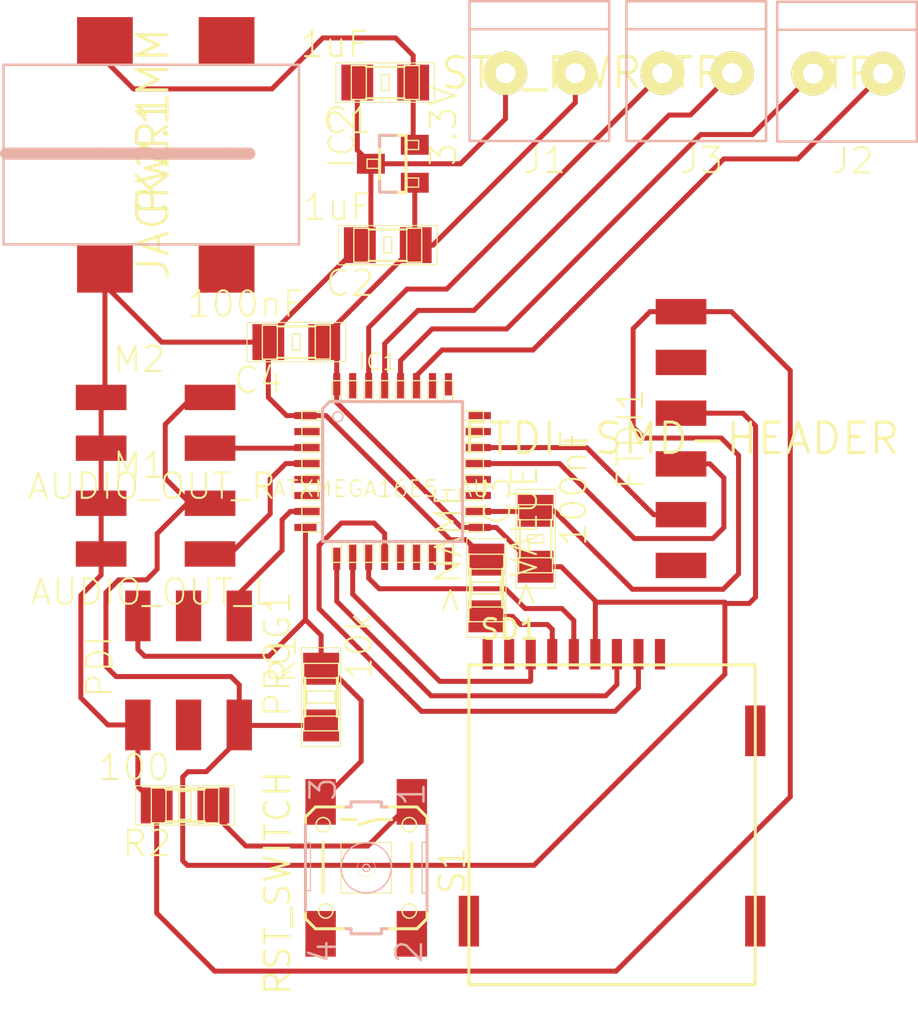
<source format=kicad_pcb>
(kicad_pcb (version 4) (host pcbnew 4.0.6)

  (general
    (links 47)
    (no_connects 1)
    (area 0 0 0 0)
    (thickness 1.6)
    (drawings 0)
    (tracks 203)
    (zones 0)
    (modules 19)
    (nets 43)
  )

  (page A4)
  (layers
    (0 F.Cu signal)
    (31 B.Cu signal)
    (32 B.Adhes user)
    (33 F.Adhes user)
    (34 B.Paste user)
    (35 F.Paste user)
    (36 B.SilkS user)
    (37 F.SilkS user)
    (38 B.Mask user)
    (39 F.Mask user)
    (40 Dwgs.User user)
    (41 Cmts.User user)
    (42 Eco1.User user)
    (43 Eco2.User user)
    (44 Edge.Cuts user)
    (45 Margin user)
    (46 B.CrtYd user)
    (47 F.CrtYd user)
    (48 B.Fab user)
    (49 F.Fab user)
  )

  (setup
    (last_trace_width 0.25)
    (trace_clearance 0.2)
    (zone_clearance 0.508)
    (zone_45_only no)
    (trace_min 0.2)
    (segment_width 0.2)
    (edge_width 0.15)
    (via_size 0.6)
    (via_drill 0.4)
    (via_min_size 0.4)
    (via_min_drill 0.3)
    (uvia_size 0.3)
    (uvia_drill 0.1)
    (uvias_allowed no)
    (uvia_min_size 0.2)
    (uvia_min_drill 0.1)
    (pcb_text_width 0.3)
    (pcb_text_size 1.5 1.5)
    (mod_edge_width 0.15)
    (mod_text_size 1 1)
    (mod_text_width 0.15)
    (pad_size 1.524 1.524)
    (pad_drill 0.762)
    (pad_to_mask_clearance 0.2)
    (aux_axis_origin 0 0)
    (visible_elements FFFFFF7F)
    (pcbplotparams
      (layerselection 0x00030_80000001)
      (usegerberextensions false)
      (excludeedgelayer true)
      (linewidth 0.100000)
      (plotframeref false)
      (viasonmask false)
      (mode 1)
      (useauxorigin false)
      (hpglpennumber 1)
      (hpglpenspeed 20)
      (hpglpendiameter 15)
      (hpglpenoverlay 2)
      (psnegative false)
      (psa4output false)
      (plotreference true)
      (plotvalue true)
      (plotinvisibletext false)
      (padsonsilk false)
      (subtractmaskfromsilk false)
      (outputformat 1)
      (mirror false)
      (drillshape 1)
      (scaleselection 1)
      (outputdirectory ""))
  )

  (net 0 "")
  (net 1 +5V)
  (net 2 GND)
  (net 3 VCC)
  (net 4 "Net-(FTDI1-Pad2)")
  (net 5 /TX)
  (net 6 /RX)
  (net 7 "Net-(FTDI1-Pad6)")
  (net 8 "Net-(IC1-Pad2)")
  (net 9 /AUDIO_R)
  (net 10 /AUDIO_L)
  (net 11 "Net-(IC1-Pad5)")
  (net 12 "Net-(IC1-Pad6)")
  (net 13 /PDI_DATA)
  (net 14 /RST/PDI_CLK)
  (net 15 /MOSI)
  (net 16 /MISO)
  (net 17 /SCK)
  (net 18 /SS)
  (net 19 "Net-(IC1-Pad13)")
  (net 20 "Net-(IC1-Pad14)")
  (net 21 "Net-(IC1-Pad15)")
  (net 22 "Net-(IC1-Pad16)")
  (net 23 "Net-(IC1-Pad19)")
  (net 24 "Net-(IC1-Pad20)")
  (net 25 "Net-(IC1-Pad23)")
  (net 26 "Net-(IC1-Pad24)")
  (net 27 "Net-(IC1-Pad25)")
  (net 28 "Net-(IC1-Pad26)")
  (net 29 /STRA_NEG)
  (net 30 /STRA_POS)
  (net 31 /STRB_NEG)
  (net 32 /STRB_POS)
  (net 33 "Net-(IC1-Pad31)")
  (net 34 "Net-(PROG1-Pad3)")
  (net 35 "Net-(PROG1-Pad4)")
  (net 36 "Net-(PWR1-PadSHUN)")
  (net 37 "Net-(R2-Pad1)")
  (net 38 "Net-(S1-Pad2)")
  (net 39 "Net-(S1-Pad4)")
  (net 40 "Net-(SD1-Pad9)")
  (net 41 "Net-(SD1-Pad8)")
  (net 42 "Net-(SD1-Pad1)")

  (net_class Default "This is the default net class."
    (clearance 0.2)
    (trace_width 0.25)
    (via_dia 0.6)
    (via_drill 0.4)
    (uvia_dia 0.3)
    (uvia_drill 0.1)
    (add_net +5V)
    (add_net /AUDIO_L)
    (add_net /AUDIO_R)
    (add_net /MISO)
    (add_net /MOSI)
    (add_net /PDI_DATA)
    (add_net /RST/PDI_CLK)
    (add_net /RX)
    (add_net /SCK)
    (add_net /SS)
    (add_net /STRA_NEG)
    (add_net /STRA_POS)
    (add_net /STRB_NEG)
    (add_net /STRB_POS)
    (add_net /TX)
    (add_net GND)
    (add_net "Net-(FTDI1-Pad2)")
    (add_net "Net-(FTDI1-Pad6)")
    (add_net "Net-(IC1-Pad13)")
    (add_net "Net-(IC1-Pad14)")
    (add_net "Net-(IC1-Pad15)")
    (add_net "Net-(IC1-Pad16)")
    (add_net "Net-(IC1-Pad19)")
    (add_net "Net-(IC1-Pad2)")
    (add_net "Net-(IC1-Pad20)")
    (add_net "Net-(IC1-Pad23)")
    (add_net "Net-(IC1-Pad24)")
    (add_net "Net-(IC1-Pad25)")
    (add_net "Net-(IC1-Pad26)")
    (add_net "Net-(IC1-Pad31)")
    (add_net "Net-(IC1-Pad5)")
    (add_net "Net-(IC1-Pad6)")
    (add_net "Net-(PROG1-Pad3)")
    (add_net "Net-(PROG1-Pad4)")
    (add_net "Net-(PWR1-PadSHUN)")
    (add_net "Net-(R2-Pad1)")
    (add_net "Net-(S1-Pad2)")
    (add_net "Net-(S1-Pad4)")
    (add_net "Net-(SD1-Pad1)")
    (add_net "Net-(SD1-Pad8)")
    (add_net "Net-(SD1-Pad9)")
    (add_net VCC)
  )

  (module fab:fab-2X02SMD (layer F.Cu) (tedit 200000) (tstamp 5A25D019)
    (at 154.1272 133.9469)
    (path /5A25912E)
    (attr smd)
    (fp_text reference M1 (at -0.635 -3.175) (layer F.SilkS)
      (effects (font (size 1.27 1.27) (thickness 0.1016)))
    )
    (fp_text value AUDIO_OUT_L (at 0 3.175) (layer F.SilkS)
      (effects (font (size 1.27 1.27) (thickness 0.1016)))
    )
    (pad 1 smd rect (at -2.54 -1.27) (size 2.54 1.27) (layers F.Cu F.Paste F.Mask)
      (net 2 GND))
    (pad 2 smd rect (at 2.91846 -1.27) (size 2.54 1.27) (layers F.Cu F.Paste F.Mask)
      (net 3 VCC))
    (pad 3 smd rect (at -2.54 1.27) (size 2.54 1.27) (layers F.Cu F.Paste F.Mask)
      (net 2 GND))
    (pad 4 smd rect (at 2.91846 1.27) (size 2.54 1.27) (layers F.Cu F.Paste F.Mask)
      (net 10 /AUDIO_L))
  )

  (module fab:fab-C1206 (layer F.Cu) (tedit 200000) (tstamp 5A25CED3)
    (at 165.8239 111.6203 180)
    (descr CAPACITOR)
    (tags CAPACITOR)
    (path /5A22F88D)
    (attr smd)
    (fp_text reference C1 (at 1.905 -1.905 180) (layer F.SilkS)
      (effects (font (size 1.27 1.27) (thickness 0.1016)))
    )
    (fp_text value 1uF (at 2.54 1.905 180) (layer F.SilkS)
      (effects (font (size 1.27 1.27) (thickness 0.1016)))
    )
    (fp_line (start -1.7018 0.8509) (end -0.94996 0.8509) (layer F.SilkS) (width 0.06604))
    (fp_line (start -0.94996 0.8509) (end -0.94996 -0.84836) (layer F.SilkS) (width 0.06604))
    (fp_line (start -1.7018 -0.84836) (end -0.94996 -0.84836) (layer F.SilkS) (width 0.06604))
    (fp_line (start -1.7018 0.8509) (end -1.7018 -0.84836) (layer F.SilkS) (width 0.06604))
    (fp_line (start 0.94996 0.84836) (end 1.7018 0.84836) (layer F.SilkS) (width 0.06604))
    (fp_line (start 1.7018 0.84836) (end 1.7018 -0.8509) (layer F.SilkS) (width 0.06604))
    (fp_line (start 0.94996 -0.8509) (end 1.7018 -0.8509) (layer F.SilkS) (width 0.06604))
    (fp_line (start 0.94996 0.84836) (end 0.94996 -0.8509) (layer F.SilkS) (width 0.06604))
    (fp_line (start -0.19812 0.39878) (end 0.19812 0.39878) (layer F.SilkS) (width 0.06604))
    (fp_line (start 0.19812 0.39878) (end 0.19812 -0.39878) (layer F.SilkS) (width 0.06604))
    (fp_line (start -0.19812 -0.39878) (end 0.19812 -0.39878) (layer F.SilkS) (width 0.06604))
    (fp_line (start -0.19812 0.39878) (end -0.19812 -0.39878) (layer F.SilkS) (width 0.06604))
    (fp_line (start -2.47142 -0.98298) (end 2.47142 -0.98298) (layer F.SilkS) (width 0.0508))
    (fp_line (start 2.47142 0.98298) (end -2.47142 0.98298) (layer F.SilkS) (width 0.0508))
    (fp_line (start -2.47142 0.98298) (end -2.47142 -0.98298) (layer F.SilkS) (width 0.0508))
    (fp_line (start 2.47142 -0.98298) (end 2.47142 0.98298) (layer F.SilkS) (width 0.0508))
    (fp_line (start -0.96266 -0.78486) (end 0.96266 -0.78486) (layer F.SilkS) (width 0.1016))
    (fp_line (start -0.96266 0.78486) (end 0.96266 0.78486) (layer F.SilkS) (width 0.1016))
    (pad 1 smd rect (at -1.39954 0 180) (size 1.59766 1.79832) (layers F.Cu F.Paste F.Mask)
      (net 1 +5V))
    (pad 2 smd rect (at 1.39954 0 180) (size 1.59766 1.79832) (layers F.Cu F.Paste F.Mask)
      (net 2 GND))
  )

  (module fab:fab-C1206 (layer F.Cu) (tedit 200000) (tstamp 5A25CEEB)
    (at 165.9509 119.761 180)
    (descr CAPACITOR)
    (tags CAPACITOR)
    (path /5A22F9AB)
    (attr smd)
    (fp_text reference C2 (at 1.905 -1.905 180) (layer F.SilkS)
      (effects (font (size 1.27 1.27) (thickness 0.1016)))
    )
    (fp_text value 1uF (at 2.54 1.905 180) (layer F.SilkS)
      (effects (font (size 1.27 1.27) (thickness 0.1016)))
    )
    (fp_line (start -1.7018 0.8509) (end -0.94996 0.8509) (layer F.SilkS) (width 0.06604))
    (fp_line (start -0.94996 0.8509) (end -0.94996 -0.84836) (layer F.SilkS) (width 0.06604))
    (fp_line (start -1.7018 -0.84836) (end -0.94996 -0.84836) (layer F.SilkS) (width 0.06604))
    (fp_line (start -1.7018 0.8509) (end -1.7018 -0.84836) (layer F.SilkS) (width 0.06604))
    (fp_line (start 0.94996 0.84836) (end 1.7018 0.84836) (layer F.SilkS) (width 0.06604))
    (fp_line (start 1.7018 0.84836) (end 1.7018 -0.8509) (layer F.SilkS) (width 0.06604))
    (fp_line (start 0.94996 -0.8509) (end 1.7018 -0.8509) (layer F.SilkS) (width 0.06604))
    (fp_line (start 0.94996 0.84836) (end 0.94996 -0.8509) (layer F.SilkS) (width 0.06604))
    (fp_line (start -0.19812 0.39878) (end 0.19812 0.39878) (layer F.SilkS) (width 0.06604))
    (fp_line (start 0.19812 0.39878) (end 0.19812 -0.39878) (layer F.SilkS) (width 0.06604))
    (fp_line (start -0.19812 -0.39878) (end 0.19812 -0.39878) (layer F.SilkS) (width 0.06604))
    (fp_line (start -0.19812 0.39878) (end -0.19812 -0.39878) (layer F.SilkS) (width 0.06604))
    (fp_line (start -2.47142 -0.98298) (end 2.47142 -0.98298) (layer F.SilkS) (width 0.0508))
    (fp_line (start 2.47142 0.98298) (end -2.47142 0.98298) (layer F.SilkS) (width 0.0508))
    (fp_line (start -2.47142 0.98298) (end -2.47142 -0.98298) (layer F.SilkS) (width 0.0508))
    (fp_line (start 2.47142 -0.98298) (end 2.47142 0.98298) (layer F.SilkS) (width 0.0508))
    (fp_line (start -0.96266 -0.78486) (end 0.96266 -0.78486) (layer F.SilkS) (width 0.1016))
    (fp_line (start -0.96266 0.78486) (end 0.96266 0.78486) (layer F.SilkS) (width 0.1016))
    (pad 1 smd rect (at -1.39954 0 180) (size 1.59766 1.79832) (layers F.Cu F.Paste F.Mask)
      (net 3 VCC))
    (pad 2 smd rect (at 1.39954 0 180) (size 1.59766 1.79832) (layers F.Cu F.Paste F.Mask)
      (net 2 GND))
  )

  (module fab:fab-C1206 (layer F.Cu) (tedit 200000) (tstamp 5A25CF03)
    (at 173.355 134.4549 90)
    (descr CAPACITOR)
    (tags CAPACITOR)
    (path /5A23035B)
    (attr smd)
    (fp_text reference C3 (at 1.905 -1.905 90) (layer F.SilkS)
      (effects (font (size 1.27 1.27) (thickness 0.1016)))
    )
    (fp_text value 100nF (at 2.54 1.905 90) (layer F.SilkS)
      (effects (font (size 1.27 1.27) (thickness 0.1016)))
    )
    (fp_line (start -1.7018 0.8509) (end -0.94996 0.8509) (layer F.SilkS) (width 0.06604))
    (fp_line (start -0.94996 0.8509) (end -0.94996 -0.84836) (layer F.SilkS) (width 0.06604))
    (fp_line (start -1.7018 -0.84836) (end -0.94996 -0.84836) (layer F.SilkS) (width 0.06604))
    (fp_line (start -1.7018 0.8509) (end -1.7018 -0.84836) (layer F.SilkS) (width 0.06604))
    (fp_line (start 0.94996 0.84836) (end 1.7018 0.84836) (layer F.SilkS) (width 0.06604))
    (fp_line (start 1.7018 0.84836) (end 1.7018 -0.8509) (layer F.SilkS) (width 0.06604))
    (fp_line (start 0.94996 -0.8509) (end 1.7018 -0.8509) (layer F.SilkS) (width 0.06604))
    (fp_line (start 0.94996 0.84836) (end 0.94996 -0.8509) (layer F.SilkS) (width 0.06604))
    (fp_line (start -0.19812 0.39878) (end 0.19812 0.39878) (layer F.SilkS) (width 0.06604))
    (fp_line (start 0.19812 0.39878) (end 0.19812 -0.39878) (layer F.SilkS) (width 0.06604))
    (fp_line (start -0.19812 -0.39878) (end 0.19812 -0.39878) (layer F.SilkS) (width 0.06604))
    (fp_line (start -0.19812 0.39878) (end -0.19812 -0.39878) (layer F.SilkS) (width 0.06604))
    (fp_line (start -2.47142 -0.98298) (end 2.47142 -0.98298) (layer F.SilkS) (width 0.0508))
    (fp_line (start 2.47142 0.98298) (end -2.47142 0.98298) (layer F.SilkS) (width 0.0508))
    (fp_line (start -2.47142 0.98298) (end -2.47142 -0.98298) (layer F.SilkS) (width 0.0508))
    (fp_line (start 2.47142 -0.98298) (end 2.47142 0.98298) (layer F.SilkS) (width 0.0508))
    (fp_line (start -0.96266 -0.78486) (end 0.96266 -0.78486) (layer F.SilkS) (width 0.1016))
    (fp_line (start -0.96266 0.78486) (end 0.96266 0.78486) (layer F.SilkS) (width 0.1016))
    (pad 1 smd rect (at -1.39954 0 90) (size 1.59766 1.79832) (layers F.Cu F.Paste F.Mask)
      (net 3 VCC))
    (pad 2 smd rect (at 1.39954 0 90) (size 1.59766 1.79832) (layers F.Cu F.Paste F.Mask)
      (net 2 GND))
  )

  (module fab:fab-C1206 (layer F.Cu) (tedit 200000) (tstamp 5A25CF1B)
    (at 161.3662 124.6124 180)
    (descr CAPACITOR)
    (tags CAPACITOR)
    (path /5A230565)
    (attr smd)
    (fp_text reference C4 (at 1.905 -1.905 180) (layer F.SilkS)
      (effects (font (size 1.27 1.27) (thickness 0.1016)))
    )
    (fp_text value 100nF (at 2.54 1.905 180) (layer F.SilkS)
      (effects (font (size 1.27 1.27) (thickness 0.1016)))
    )
    (fp_line (start -1.7018 0.8509) (end -0.94996 0.8509) (layer F.SilkS) (width 0.06604))
    (fp_line (start -0.94996 0.8509) (end -0.94996 -0.84836) (layer F.SilkS) (width 0.06604))
    (fp_line (start -1.7018 -0.84836) (end -0.94996 -0.84836) (layer F.SilkS) (width 0.06604))
    (fp_line (start -1.7018 0.8509) (end -1.7018 -0.84836) (layer F.SilkS) (width 0.06604))
    (fp_line (start 0.94996 0.84836) (end 1.7018 0.84836) (layer F.SilkS) (width 0.06604))
    (fp_line (start 1.7018 0.84836) (end 1.7018 -0.8509) (layer F.SilkS) (width 0.06604))
    (fp_line (start 0.94996 -0.8509) (end 1.7018 -0.8509) (layer F.SilkS) (width 0.06604))
    (fp_line (start 0.94996 0.84836) (end 0.94996 -0.8509) (layer F.SilkS) (width 0.06604))
    (fp_line (start -0.19812 0.39878) (end 0.19812 0.39878) (layer F.SilkS) (width 0.06604))
    (fp_line (start 0.19812 0.39878) (end 0.19812 -0.39878) (layer F.SilkS) (width 0.06604))
    (fp_line (start -0.19812 -0.39878) (end 0.19812 -0.39878) (layer F.SilkS) (width 0.06604))
    (fp_line (start -0.19812 0.39878) (end -0.19812 -0.39878) (layer F.SilkS) (width 0.06604))
    (fp_line (start -2.47142 -0.98298) (end 2.47142 -0.98298) (layer F.SilkS) (width 0.0508))
    (fp_line (start 2.47142 0.98298) (end -2.47142 0.98298) (layer F.SilkS) (width 0.0508))
    (fp_line (start -2.47142 0.98298) (end -2.47142 -0.98298) (layer F.SilkS) (width 0.0508))
    (fp_line (start 2.47142 -0.98298) (end 2.47142 0.98298) (layer F.SilkS) (width 0.0508))
    (fp_line (start -0.96266 -0.78486) (end 0.96266 -0.78486) (layer F.SilkS) (width 0.1016))
    (fp_line (start -0.96266 0.78486) (end 0.96266 0.78486) (layer F.SilkS) (width 0.1016))
    (pad 1 smd rect (at -1.39954 0 180) (size 1.59766 1.79832) (layers F.Cu F.Paste F.Mask)
      (net 3 VCC))
    (pad 2 smd rect (at 1.39954 0 180) (size 1.59766 1.79832) (layers F.Cu F.Paste F.Mask)
      (net 2 GND))
  )

  (module fab:fab-1X06SMD (layer F.Cu) (tedit 200000) (tstamp 5A25CF25)
    (at 180.6448 129.4384)
    (path /5A22F867)
    (attr smd)
    (fp_text reference FTDI1 (at -2.54 0 90) (layer F.SilkS)
      (effects (font (size 1.27 1.27) (thickness 0.1016)))
    )
    (fp_text value FTDI-SMD-HEADER (at 0 0) (layer F.SilkS)
      (effects (font (thickness 0.15)))
    )
    (pad 1 smd rect (at 0 -6.35) (size 2.54 1.27) (layers F.Cu F.Paste F.Mask)
      (net 2 GND))
    (pad 2 smd rect (at 0 -3.81) (size 2.54 1.27) (layers F.Cu F.Paste F.Mask)
      (net 4 "Net-(FTDI1-Pad2)"))
    (pad 3 smd rect (at 0 -1.27) (size 2.54 1.27) (layers F.Cu F.Paste F.Mask)
      (net 3 VCC))
    (pad 4 smd rect (at 0 1.27) (size 2.54 1.27) (layers F.Cu F.Paste F.Mask)
      (net 5 /TX))
    (pad 5 smd rect (at 0 3.81) (size 2.54 1.27) (layers F.Cu F.Paste F.Mask)
      (net 6 /RX))
    (pad 6 smd rect (at 0 6.35) (size 2.54 1.27) (layers F.Cu F.Paste F.Mask)
      (net 7 "Net-(FTDI1-Pad6)"))
  )

  (module fab:fab-TQFP32-08THIN (layer F.Cu) (tedit 200000) (tstamp 5A25CFCF)
    (at 166.1922 131.0894)
    (path /5A22EE01)
    (attr smd)
    (fp_text reference IC1 (at -0.7366 -5.4864) (layer F.SilkS)
      (effects (font (size 0.8128 0.8128) (thickness 0.0762)))
    )
    (fp_text value ATXMEGA16E5-AU (at -0.5842 0.8636) (layer F.SilkS)
      (effects (font (size 0.8128 0.8128) (thickness 0.0762)))
    )
    (fp_line (start -4.5466 -2.57048) (end -3.556 -2.57048) (layer F.SilkS) (width 0.06604))
    (fp_line (start -3.556 -2.57048) (end -3.556 -3.02768) (layer F.SilkS) (width 0.06604))
    (fp_line (start -4.5466 -3.02768) (end -3.556 -3.02768) (layer F.SilkS) (width 0.06604))
    (fp_line (start -4.5466 -2.57048) (end -4.5466 -3.02768) (layer F.SilkS) (width 0.06604))
    (fp_line (start -4.5466 -1.77038) (end -3.556 -1.77038) (layer F.SilkS) (width 0.06604))
    (fp_line (start -3.556 -1.77038) (end -3.556 -2.22758) (layer F.SilkS) (width 0.06604))
    (fp_line (start -4.5466 -2.22758) (end -3.556 -2.22758) (layer F.SilkS) (width 0.06604))
    (fp_line (start -4.5466 -1.77038) (end -4.5466 -2.22758) (layer F.SilkS) (width 0.06604))
    (fp_line (start -4.5466 -0.97028) (end -3.556 -0.97028) (layer F.SilkS) (width 0.06604))
    (fp_line (start -3.556 -0.97028) (end -3.556 -1.42748) (layer F.SilkS) (width 0.06604))
    (fp_line (start -4.5466 -1.42748) (end -3.556 -1.42748) (layer F.SilkS) (width 0.06604))
    (fp_line (start -4.5466 -0.97028) (end -4.5466 -1.42748) (layer F.SilkS) (width 0.06604))
    (fp_line (start -4.5466 -0.17018) (end -3.556 -0.17018) (layer F.SilkS) (width 0.06604))
    (fp_line (start -3.556 -0.17018) (end -3.556 -0.62738) (layer F.SilkS) (width 0.06604))
    (fp_line (start -4.5466 -0.62738) (end -3.556 -0.62738) (layer F.SilkS) (width 0.06604))
    (fp_line (start -4.5466 -0.17018) (end -4.5466 -0.62738) (layer F.SilkS) (width 0.06604))
    (fp_line (start -4.5466 0.62738) (end -3.556 0.62738) (layer F.SilkS) (width 0.06604))
    (fp_line (start -3.556 0.62738) (end -3.556 0.17018) (layer F.SilkS) (width 0.06604))
    (fp_line (start -4.5466 0.17018) (end -3.556 0.17018) (layer F.SilkS) (width 0.06604))
    (fp_line (start -4.5466 0.62738) (end -4.5466 0.17018) (layer F.SilkS) (width 0.06604))
    (fp_line (start -4.5466 1.42748) (end -3.556 1.42748) (layer F.SilkS) (width 0.06604))
    (fp_line (start -3.556 1.42748) (end -3.556 0.97028) (layer F.SilkS) (width 0.06604))
    (fp_line (start -4.5466 0.97028) (end -3.556 0.97028) (layer F.SilkS) (width 0.06604))
    (fp_line (start -4.5466 1.42748) (end -4.5466 0.97028) (layer F.SilkS) (width 0.06604))
    (fp_line (start -4.5466 2.22758) (end -3.556 2.22758) (layer F.SilkS) (width 0.06604))
    (fp_line (start -3.556 2.22758) (end -3.556 1.77038) (layer F.SilkS) (width 0.06604))
    (fp_line (start -4.5466 1.77038) (end -3.556 1.77038) (layer F.SilkS) (width 0.06604))
    (fp_line (start -4.5466 2.22758) (end -4.5466 1.77038) (layer F.SilkS) (width 0.06604))
    (fp_line (start -4.5466 3.02768) (end -3.556 3.02768) (layer F.SilkS) (width 0.06604))
    (fp_line (start -3.556 3.02768) (end -3.556 2.57048) (layer F.SilkS) (width 0.06604))
    (fp_line (start -4.5466 2.57048) (end -3.556 2.57048) (layer F.SilkS) (width 0.06604))
    (fp_line (start -4.5466 3.02768) (end -4.5466 2.57048) (layer F.SilkS) (width 0.06604))
    (fp_line (start -3.02768 4.5466) (end -2.57048 4.5466) (layer F.SilkS) (width 0.06604))
    (fp_line (start -2.57048 4.5466) (end -2.57048 3.556) (layer F.SilkS) (width 0.06604))
    (fp_line (start -3.02768 3.556) (end -2.57048 3.556) (layer F.SilkS) (width 0.06604))
    (fp_line (start -3.02768 4.5466) (end -3.02768 3.556) (layer F.SilkS) (width 0.06604))
    (fp_line (start -2.22758 4.5466) (end -1.77038 4.5466) (layer F.SilkS) (width 0.06604))
    (fp_line (start -1.77038 4.5466) (end -1.77038 3.556) (layer F.SilkS) (width 0.06604))
    (fp_line (start -2.22758 3.556) (end -1.77038 3.556) (layer F.SilkS) (width 0.06604))
    (fp_line (start -2.22758 4.5466) (end -2.22758 3.556) (layer F.SilkS) (width 0.06604))
    (fp_line (start -1.42748 4.5466) (end -0.97028 4.5466) (layer F.SilkS) (width 0.06604))
    (fp_line (start -0.97028 4.5466) (end -0.97028 3.556) (layer F.SilkS) (width 0.06604))
    (fp_line (start -1.42748 3.556) (end -0.97028 3.556) (layer F.SilkS) (width 0.06604))
    (fp_line (start -1.42748 4.5466) (end -1.42748 3.556) (layer F.SilkS) (width 0.06604))
    (fp_line (start -0.62738 4.5466) (end -0.17018 4.5466) (layer F.SilkS) (width 0.06604))
    (fp_line (start -0.17018 4.5466) (end -0.17018 3.556) (layer F.SilkS) (width 0.06604))
    (fp_line (start -0.62738 3.556) (end -0.17018 3.556) (layer F.SilkS) (width 0.06604))
    (fp_line (start -0.62738 4.5466) (end -0.62738 3.556) (layer F.SilkS) (width 0.06604))
    (fp_line (start 0.17018 4.5466) (end 0.62738 4.5466) (layer F.SilkS) (width 0.06604))
    (fp_line (start 0.62738 4.5466) (end 0.62738 3.556) (layer F.SilkS) (width 0.06604))
    (fp_line (start 0.17018 3.556) (end 0.62738 3.556) (layer F.SilkS) (width 0.06604))
    (fp_line (start 0.17018 4.5466) (end 0.17018 3.556) (layer F.SilkS) (width 0.06604))
    (fp_line (start 0.97028 4.5466) (end 1.42748 4.5466) (layer F.SilkS) (width 0.06604))
    (fp_line (start 1.42748 4.5466) (end 1.42748 3.556) (layer F.SilkS) (width 0.06604))
    (fp_line (start 0.97028 3.556) (end 1.42748 3.556) (layer F.SilkS) (width 0.06604))
    (fp_line (start 0.97028 4.5466) (end 0.97028 3.556) (layer F.SilkS) (width 0.06604))
    (fp_line (start 1.77038 4.5466) (end 2.22758 4.5466) (layer F.SilkS) (width 0.06604))
    (fp_line (start 2.22758 4.5466) (end 2.22758 3.556) (layer F.SilkS) (width 0.06604))
    (fp_line (start 1.77038 3.556) (end 2.22758 3.556) (layer F.SilkS) (width 0.06604))
    (fp_line (start 1.77038 4.5466) (end 1.77038 3.556) (layer F.SilkS) (width 0.06604))
    (fp_line (start 2.57048 4.5466) (end 3.02768 4.5466) (layer F.SilkS) (width 0.06604))
    (fp_line (start 3.02768 4.5466) (end 3.02768 3.556) (layer F.SilkS) (width 0.06604))
    (fp_line (start 2.57048 3.556) (end 3.02768 3.556) (layer F.SilkS) (width 0.06604))
    (fp_line (start 2.57048 4.5466) (end 2.57048 3.556) (layer F.SilkS) (width 0.06604))
    (fp_line (start 3.556 3.02768) (end 4.5466 3.02768) (layer F.SilkS) (width 0.06604))
    (fp_line (start 4.5466 3.02768) (end 4.5466 2.57048) (layer F.SilkS) (width 0.06604))
    (fp_line (start 3.556 2.57048) (end 4.5466 2.57048) (layer F.SilkS) (width 0.06604))
    (fp_line (start 3.556 3.02768) (end 3.556 2.57048) (layer F.SilkS) (width 0.06604))
    (fp_line (start 3.556 2.22758) (end 4.5466 2.22758) (layer F.SilkS) (width 0.06604))
    (fp_line (start 4.5466 2.22758) (end 4.5466 1.77038) (layer F.SilkS) (width 0.06604))
    (fp_line (start 3.556 1.77038) (end 4.5466 1.77038) (layer F.SilkS) (width 0.06604))
    (fp_line (start 3.556 2.22758) (end 3.556 1.77038) (layer F.SilkS) (width 0.06604))
    (fp_line (start 3.556 1.42748) (end 4.5466 1.42748) (layer F.SilkS) (width 0.06604))
    (fp_line (start 4.5466 1.42748) (end 4.5466 0.97028) (layer F.SilkS) (width 0.06604))
    (fp_line (start 3.556 0.97028) (end 4.5466 0.97028) (layer F.SilkS) (width 0.06604))
    (fp_line (start 3.556 1.42748) (end 3.556 0.97028) (layer F.SilkS) (width 0.06604))
    (fp_line (start 3.556 0.62738) (end 4.5466 0.62738) (layer F.SilkS) (width 0.06604))
    (fp_line (start 4.5466 0.62738) (end 4.5466 0.17018) (layer F.SilkS) (width 0.06604))
    (fp_line (start 3.556 0.17018) (end 4.5466 0.17018) (layer F.SilkS) (width 0.06604))
    (fp_line (start 3.556 0.62738) (end 3.556 0.17018) (layer F.SilkS) (width 0.06604))
    (fp_line (start 3.556 -0.17018) (end 4.5466 -0.17018) (layer F.SilkS) (width 0.06604))
    (fp_line (start 4.5466 -0.17018) (end 4.5466 -0.62738) (layer F.SilkS) (width 0.06604))
    (fp_line (start 3.556 -0.62738) (end 4.5466 -0.62738) (layer F.SilkS) (width 0.06604))
    (fp_line (start 3.556 -0.17018) (end 3.556 -0.62738) (layer F.SilkS) (width 0.06604))
    (fp_line (start 3.556 -0.97028) (end 4.5466 -0.97028) (layer F.SilkS) (width 0.06604))
    (fp_line (start 4.5466 -0.97028) (end 4.5466 -1.42748) (layer F.SilkS) (width 0.06604))
    (fp_line (start 3.556 -1.42748) (end 4.5466 -1.42748) (layer F.SilkS) (width 0.06604))
    (fp_line (start 3.556 -0.97028) (end 3.556 -1.42748) (layer F.SilkS) (width 0.06604))
    (fp_line (start 3.556 -1.77038) (end 4.5466 -1.77038) (layer F.SilkS) (width 0.06604))
    (fp_line (start 4.5466 -1.77038) (end 4.5466 -2.22758) (layer F.SilkS) (width 0.06604))
    (fp_line (start 3.556 -2.22758) (end 4.5466 -2.22758) (layer F.SilkS) (width 0.06604))
    (fp_line (start 3.556 -1.77038) (end 3.556 -2.22758) (layer F.SilkS) (width 0.06604))
    (fp_line (start 3.556 -2.57048) (end 4.5466 -2.57048) (layer F.SilkS) (width 0.06604))
    (fp_line (start 4.5466 -2.57048) (end 4.5466 -3.02768) (layer F.SilkS) (width 0.06604))
    (fp_line (start 3.556 -3.02768) (end 4.5466 -3.02768) (layer F.SilkS) (width 0.06604))
    (fp_line (start 3.556 -2.57048) (end 3.556 -3.02768) (layer F.SilkS) (width 0.06604))
    (fp_line (start 2.57048 -3.556) (end 3.02768 -3.556) (layer F.SilkS) (width 0.06604))
    (fp_line (start 3.02768 -3.556) (end 3.02768 -4.5466) (layer F.SilkS) (width 0.06604))
    (fp_line (start 2.57048 -4.5466) (end 3.02768 -4.5466) (layer F.SilkS) (width 0.06604))
    (fp_line (start 2.57048 -3.556) (end 2.57048 -4.5466) (layer F.SilkS) (width 0.06604))
    (fp_line (start 1.77038 -3.556) (end 2.22758 -3.556) (layer F.SilkS) (width 0.06604))
    (fp_line (start 2.22758 -3.556) (end 2.22758 -4.5466) (layer F.SilkS) (width 0.06604))
    (fp_line (start 1.77038 -4.5466) (end 2.22758 -4.5466) (layer F.SilkS) (width 0.06604))
    (fp_line (start 1.77038 -3.556) (end 1.77038 -4.5466) (layer F.SilkS) (width 0.06604))
    (fp_line (start 0.97028 -3.556) (end 1.42748 -3.556) (layer F.SilkS) (width 0.06604))
    (fp_line (start 1.42748 -3.556) (end 1.42748 -4.5466) (layer F.SilkS) (width 0.06604))
    (fp_line (start 0.97028 -4.5466) (end 1.42748 -4.5466) (layer F.SilkS) (width 0.06604))
    (fp_line (start 0.97028 -3.556) (end 0.97028 -4.5466) (layer F.SilkS) (width 0.06604))
    (fp_line (start 0.17018 -3.556) (end 0.62738 -3.556) (layer F.SilkS) (width 0.06604))
    (fp_line (start 0.62738 -3.556) (end 0.62738 -4.5466) (layer F.SilkS) (width 0.06604))
    (fp_line (start 0.17018 -4.5466) (end 0.62738 -4.5466) (layer F.SilkS) (width 0.06604))
    (fp_line (start 0.17018 -3.556) (end 0.17018 -4.5466) (layer F.SilkS) (width 0.06604))
    (fp_line (start -0.62738 -3.556) (end -0.17018 -3.556) (layer F.SilkS) (width 0.06604))
    (fp_line (start -0.17018 -3.556) (end -0.17018 -4.5466) (layer F.SilkS) (width 0.06604))
    (fp_line (start -0.62738 -4.5466) (end -0.17018 -4.5466) (layer F.SilkS) (width 0.06604))
    (fp_line (start -0.62738 -3.556) (end -0.62738 -4.5466) (layer F.SilkS) (width 0.06604))
    (fp_line (start -1.42748 -3.556) (end -0.97028 -3.556) (layer F.SilkS) (width 0.06604))
    (fp_line (start -0.97028 -3.556) (end -0.97028 -4.5466) (layer F.SilkS) (width 0.06604))
    (fp_line (start -1.42748 -4.5466) (end -0.97028 -4.5466) (layer F.SilkS) (width 0.06604))
    (fp_line (start -1.42748 -3.556) (end -1.42748 -4.5466) (layer F.SilkS) (width 0.06604))
    (fp_line (start -2.22758 -3.556) (end -1.77038 -3.556) (layer F.SilkS) (width 0.06604))
    (fp_line (start -1.77038 -3.556) (end -1.77038 -4.5466) (layer F.SilkS) (width 0.06604))
    (fp_line (start -2.22758 -4.5466) (end -1.77038 -4.5466) (layer F.SilkS) (width 0.06604))
    (fp_line (start -2.22758 -3.556) (end -2.22758 -4.5466) (layer F.SilkS) (width 0.06604))
    (fp_line (start -3.02768 -3.556) (end -2.57048 -3.556) (layer F.SilkS) (width 0.06604))
    (fp_line (start -2.57048 -3.556) (end -2.57048 -4.5466) (layer F.SilkS) (width 0.06604))
    (fp_line (start -3.02768 -4.5466) (end -2.57048 -4.5466) (layer F.SilkS) (width 0.06604))
    (fp_line (start -3.02768 -3.556) (end -3.02768 -4.5466) (layer F.SilkS) (width 0.06604))
    (fp_line (start 3.50266 -3.50266) (end 3.50266 3.50266) (layer B.SilkS) (width 0.1524))
    (fp_line (start 3.50266 3.50266) (end -3.50266 3.50266) (layer B.SilkS) (width 0.1524))
    (fp_line (start -3.50266 3.50266) (end -3.50266 -3.1496) (layer B.SilkS) (width 0.1524))
    (fp_line (start -3.1496 -3.50266) (end 3.50266 -3.50266) (layer B.SilkS) (width 0.1524))
    (fp_line (start -3.1496 -3.50266) (end -3.50266 -3.1496) (layer B.SilkS) (width 0.1524))
    (fp_circle (center -2.7432 -2.7432) (end -2.921 -2.921) (layer B.SilkS) (width 0.0762))
    (pad 1 smd rect (at -4.36626 -2.79908) (size 1.1176 0.3556) (layers F.Cu F.Paste F.Mask)
      (net 2 GND))
    (pad 2 smd rect (at -4.2926 -1.99898) (size 1.27 0.3556) (layers F.Cu F.Paste F.Mask)
      (net 8 "Net-(IC1-Pad2)"))
    (pad 3 smd rect (at -4.2926 -1.19888) (size 1.27 0.3556) (layers F.Cu F.Paste F.Mask)
      (net 9 /AUDIO_R))
    (pad 4 smd rect (at -4.2926 -0.39878) (size 1.27 0.3556) (layers F.Cu F.Paste F.Mask)
      (net 10 /AUDIO_L))
    (pad 5 smd rect (at -4.2926 0.39878) (size 1.27 0.3556) (layers F.Cu F.Paste F.Mask)
      (net 11 "Net-(IC1-Pad5)"))
    (pad 6 smd rect (at -4.2926 1.19888) (size 1.27 0.3556) (layers F.Cu F.Paste F.Mask)
      (net 12 "Net-(IC1-Pad6)"))
    (pad 7 smd rect (at -4.2926 1.99898) (size 1.27 0.3556) (layers F.Cu F.Paste F.Mask)
      (net 13 /PDI_DATA))
    (pad 8 smd rect (at -4.36626 2.79908) (size 1.1176 0.3556) (layers F.Cu F.Paste F.Mask)
      (net 14 /RST/PDI_CLK))
    (pad 9 smd rect (at -2.79908 4.36626) (size 0.3556 1.1176) (layers F.Cu F.Paste F.Mask)
      (net 15 /MOSI))
    (pad 10 smd rect (at -1.99898 4.2926) (size 0.3556 1.27) (layers F.Cu F.Paste F.Mask)
      (net 16 /MISO))
    (pad 11 smd rect (at -1.19888 4.2926) (size 0.34798 1.27) (layers F.Cu F.Paste F.Mask)
      (net 17 /SCK))
    (pad 12 smd rect (at -0.39878 4.2926) (size 0.34798 1.27) (layers F.Cu F.Paste F.Mask)
      (net 18 /SS))
    (pad 13 smd rect (at 0.39878 4.2926) (size 0.34798 1.27) (layers F.Cu F.Paste F.Mask)
      (net 19 "Net-(IC1-Pad13)"))
    (pad 14 smd rect (at 1.19888 4.2926) (size 0.3556 1.27) (layers F.Cu F.Paste F.Mask)
      (net 20 "Net-(IC1-Pad14)"))
    (pad 15 smd rect (at 1.99898 4.2926) (size 0.3556 1.27) (layers F.Cu F.Paste F.Mask)
      (net 21 "Net-(IC1-Pad15)"))
    (pad 16 smd rect (at 2.79908 4.36626) (size 0.3556 1.1176) (layers F.Cu F.Paste F.Mask)
      (net 22 "Net-(IC1-Pad16)"))
    (pad 17 smd rect (at 4.36626 2.79908) (size 1.1176 0.3556) (layers F.Cu F.Paste F.Mask)
      (net 3 VCC))
    (pad 18 smd rect (at 4.2926 1.99898) (size 1.27 0.3556) (layers F.Cu F.Paste F.Mask)
      (net 2 GND))
    (pad 19 smd rect (at 4.2926 1.19888) (size 1.27 0.3556) (layers F.Cu F.Paste F.Mask)
      (net 23 "Net-(IC1-Pad19)"))
    (pad 20 smd rect (at 4.2926 0.39878) (size 1.27 0.3556) (layers F.Cu F.Paste F.Mask)
      (net 24 "Net-(IC1-Pad20)"))
    (pad 21 smd rect (at 4.2926 -0.39878) (size 1.27 0.3556) (layers F.Cu F.Paste F.Mask)
      (net 5 /TX))
    (pad 22 smd rect (at 4.2926 -1.19888) (size 1.27 0.3556) (layers F.Cu F.Paste F.Mask)
      (net 6 /RX))
    (pad 23 smd rect (at 4.2926 -1.99898) (size 1.27 0.3556) (layers F.Cu F.Paste F.Mask)
      (net 25 "Net-(IC1-Pad23)"))
    (pad 24 smd rect (at 4.36626 -2.79908) (size 1.1176 0.3556) (layers F.Cu F.Paste F.Mask)
      (net 26 "Net-(IC1-Pad24)"))
    (pad 25 smd rect (at 2.79908 -4.36626) (size 0.3556 1.1176) (layers F.Cu F.Paste F.Mask)
      (net 27 "Net-(IC1-Pad25)"))
    (pad 26 smd rect (at 1.99898 -4.2926) (size 0.3556 1.27) (layers F.Cu F.Paste F.Mask)
      (net 28 "Net-(IC1-Pad26)"))
    (pad 27 smd rect (at 1.19888 -4.2926) (size 0.3556 1.27) (layers F.Cu F.Paste F.Mask)
      (net 29 /STRA_NEG))
    (pad 28 smd rect (at 0.39878 -4.2926) (size 0.34798 1.27) (layers F.Cu F.Paste F.Mask)
      (net 30 /STRA_POS))
    (pad 29 smd rect (at -0.39878 -4.2926) (size 0.34798 1.27) (layers F.Cu F.Paste F.Mask)
      (net 31 /STRB_NEG))
    (pad 30 smd rect (at -1.19888 -4.2926) (size 0.34798 1.27) (layers F.Cu F.Paste F.Mask)
      (net 32 /STRB_POS))
    (pad 31 smd rect (at -1.99898 -4.2926) (size 0.3556 1.27) (layers F.Cu F.Paste F.Mask)
      (net 33 "Net-(IC1-Pad31)"))
    (pad 32 smd rect (at -2.79908 -4.36626) (size 0.3556 1.1176) (layers F.Cu F.Paste F.Mask)
      (net 3 VCC))
  )

  (module fab:fab-SOT23 (layer F.Cu) (tedit 200000) (tstamp 5A25CFEA)
    (at 166.2049 115.6843 90)
    (descr "SOT 23")
    (tags "SOT 23")
    (path /5A22EEB4)
    (attr smd)
    (fp_text reference IC2 (at 1.27 -2.54 90) (layer F.SilkS)
      (effects (font (size 1.27 1.27) (thickness 0.1016)))
    )
    (fp_text value 3.3V (at 1.905 2.54 90) (layer F.SilkS)
      (effects (font (size 1.27 1.27) (thickness 0.1016)))
    )
    (fp_line (start -0.2286 -0.7112) (end 0.2286 -0.7112) (layer F.SilkS) (width 0.06604))
    (fp_line (start 0.2286 -0.7112) (end 0.2286 -1.29286) (layer F.SilkS) (width 0.06604))
    (fp_line (start -0.2286 -1.29286) (end 0.2286 -1.29286) (layer F.SilkS) (width 0.06604))
    (fp_line (start -0.2286 -0.7112) (end -0.2286 -1.29286) (layer F.SilkS) (width 0.06604))
    (fp_line (start 0.7112 1.29286) (end 1.1684 1.29286) (layer F.SilkS) (width 0.06604))
    (fp_line (start 1.1684 1.29286) (end 1.1684 0.7112) (layer F.SilkS) (width 0.06604))
    (fp_line (start 0.7112 0.7112) (end 1.1684 0.7112) (layer F.SilkS) (width 0.06604))
    (fp_line (start 0.7112 1.29286) (end 0.7112 0.7112) (layer F.SilkS) (width 0.06604))
    (fp_line (start -1.1684 1.29286) (end -0.7112 1.29286) (layer F.SilkS) (width 0.06604))
    (fp_line (start -0.7112 1.29286) (end -0.7112 0.7112) (layer F.SilkS) (width 0.06604))
    (fp_line (start -1.1684 0.7112) (end -0.7112 0.7112) (layer F.SilkS) (width 0.06604))
    (fp_line (start -1.1684 1.29286) (end -1.1684 0.7112) (layer F.SilkS) (width 0.06604))
    (fp_line (start 1.4224 -0.6604) (end 1.4224 0.6604) (layer F.SilkS) (width 0.1524))
    (fp_line (start 1.4224 0.6604) (end -1.4224 0.6604) (layer F.SilkS) (width 0.1524))
    (fp_line (start -1.4224 0.6604) (end -1.4224 -0.6604) (layer F.SilkS) (width 0.1524))
    (fp_line (start -1.4224 -0.6604) (end 1.4224 -0.6604) (layer F.SilkS) (width 0.1524))
    (fp_line (start -1.4224 0.1524) (end -1.4224 -0.6604) (layer B.SilkS) (width 0.1524))
    (fp_line (start -1.4224 -0.6604) (end -0.8636 -0.6604) (layer B.SilkS) (width 0.1524))
    (fp_line (start 1.4224 -0.6604) (end 1.4224 0.1524) (layer B.SilkS) (width 0.1524))
    (fp_line (start 0.8636 -0.6604) (end 1.4224 -0.6604) (layer B.SilkS) (width 0.1524))
    (pad 1 smd rect (at -0.94996 1.09982 90) (size 0.99822 1.39954) (layers F.Cu F.Paste F.Mask)
      (net 3 VCC))
    (pad 2 smd rect (at 0.94996 1.09982 90) (size 0.99822 1.39954) (layers F.Cu F.Paste F.Mask)
      (net 1 +5V))
    (pad 3 smd rect (at 0 -1.09982 90) (size 0.99822 1.39954) (layers F.Cu F.Paste F.Mask)
      (net 2 GND))
  )

  (module fab:fab-3.5MMTERM (layer F.Cu) (tedit 200000) (tstamp 5A25CFF7)
    (at 173.6471 111.1504 180)
    (path /5A230074)
    (attr virtual)
    (fp_text reference J1 (at -0.17272 -4.36372 360) (layer F.SilkS)
      (effects (font (size 1.27 1.27) (thickness 0.1016)))
    )
    (fp_text value STR_PWR (at 0 0 180) (layer F.SilkS)
      (effects (font (thickness 0.15)))
    )
    (fp_line (start -3.39852 -3.39852) (end -3.39852 2.19964) (layer B.SilkS) (width 0.127))
    (fp_line (start -3.39852 2.19964) (end -3.39852 3.59918) (layer B.SilkS) (width 0.127))
    (fp_line (start -3.39852 3.59918) (end 3.59918 3.59918) (layer B.SilkS) (width 0.127))
    (fp_line (start 3.59918 3.59918) (end 3.59918 2.19964) (layer B.SilkS) (width 0.127))
    (fp_line (start 3.59918 2.19964) (end 3.59918 -3.39852) (layer B.SilkS) (width 0.127))
    (fp_line (start 3.59918 -3.39852) (end -3.39852 -3.39852) (layer B.SilkS) (width 0.127))
    (fp_line (start -3.39852 2.19964) (end 3.59918 2.19964) (layer B.SilkS) (width 0.127))
    (pad 1 thru_hole circle (at 1.79832 0 180) (size 2.18186 2.18186) (drill 0.99822) (layers *.Cu F.Paste F.SilkS F.Mask)
      (net 2 GND))
    (pad 2 thru_hole circle (at -1.69926 0 180) (size 2.18186 2.18186) (drill 0.99822) (layers *.Cu F.Paste F.SilkS F.Mask)
      (net 3 VCC))
  )

  (module fab:fab-3.5MMTERM (layer F.Cu) (tedit 200000) (tstamp 5A25D004)
    (at 189.0649 111.1758 180)
    (path /5A230040)
    (attr virtual)
    (fp_text reference J2 (at -0.17272 -4.36372 360) (layer F.SilkS)
      (effects (font (size 1.27 1.27) (thickness 0.1016)))
    )
    (fp_text value STRA (at 0 0 180) (layer F.SilkS)
      (effects (font (thickness 0.15)))
    )
    (fp_line (start -3.39852 -3.39852) (end -3.39852 2.19964) (layer B.SilkS) (width 0.127))
    (fp_line (start -3.39852 2.19964) (end -3.39852 3.59918) (layer B.SilkS) (width 0.127))
    (fp_line (start -3.39852 3.59918) (end 3.59918 3.59918) (layer B.SilkS) (width 0.127))
    (fp_line (start 3.59918 3.59918) (end 3.59918 2.19964) (layer B.SilkS) (width 0.127))
    (fp_line (start 3.59918 2.19964) (end 3.59918 -3.39852) (layer B.SilkS) (width 0.127))
    (fp_line (start 3.59918 -3.39852) (end -3.39852 -3.39852) (layer B.SilkS) (width 0.127))
    (fp_line (start -3.39852 2.19964) (end 3.59918 2.19964) (layer B.SilkS) (width 0.127))
    (pad 1 thru_hole circle (at 1.79832 0 180) (size 2.18186 2.18186) (drill 0.99822) (layers *.Cu F.Paste F.SilkS F.Mask)
      (net 30 /STRA_POS))
    (pad 2 thru_hole circle (at -1.69926 0 180) (size 2.18186 2.18186) (drill 0.99822) (layers *.Cu F.Paste F.SilkS F.Mask)
      (net 29 /STRA_NEG))
  )

  (module fab:fab-3.5MMTERM (layer F.Cu) (tedit 200000) (tstamp 5A25D011)
    (at 181.5084 111.1504 180)
    (path /5A22F82C)
    (attr virtual)
    (fp_text reference J3 (at -0.17272 -4.36372 360) (layer F.SilkS)
      (effects (font (size 1.27 1.27) (thickness 0.1016)))
    )
    (fp_text value STRB (at 0 0 180) (layer F.SilkS)
      (effects (font (thickness 0.15)))
    )
    (fp_line (start -3.39852 -3.39852) (end -3.39852 2.19964) (layer B.SilkS) (width 0.127))
    (fp_line (start -3.39852 2.19964) (end -3.39852 3.59918) (layer B.SilkS) (width 0.127))
    (fp_line (start -3.39852 3.59918) (end 3.59918 3.59918) (layer B.SilkS) (width 0.127))
    (fp_line (start 3.59918 3.59918) (end 3.59918 2.19964) (layer B.SilkS) (width 0.127))
    (fp_line (start 3.59918 2.19964) (end 3.59918 -3.39852) (layer B.SilkS) (width 0.127))
    (fp_line (start 3.59918 -3.39852) (end -3.39852 -3.39852) (layer B.SilkS) (width 0.127))
    (fp_line (start -3.39852 2.19964) (end 3.59918 2.19964) (layer B.SilkS) (width 0.127))
    (pad 1 thru_hole circle (at 1.79832 0 180) (size 2.18186 2.18186) (drill 0.99822) (layers *.Cu F.Paste F.SilkS F.Mask)
      (net 32 /STRB_POS))
    (pad 2 thru_hole circle (at -1.69926 0 180) (size 2.18186 2.18186) (drill 0.99822) (layers *.Cu F.Paste F.SilkS F.Mask)
      (net 31 /STRB_NEG))
  )

  (module fab:fab-2X02SMD (layer F.Cu) (tedit 200000) (tstamp 5A25D021)
    (at 154.1272 128.651)
    (path /5A259674)
    (attr smd)
    (fp_text reference M2 (at -0.635 -3.175) (layer F.SilkS)
      (effects (font (size 1.27 1.27) (thickness 0.1016)))
    )
    (fp_text value AUDIO_OUT_R (at 0 3.175) (layer F.SilkS)
      (effects (font (size 1.27 1.27) (thickness 0.1016)))
    )
    (pad 1 smd rect (at -2.54 -1.27) (size 2.54 1.27) (layers F.Cu F.Paste F.Mask)
      (net 2 GND))
    (pad 2 smd rect (at 2.91846 -1.27) (size 2.54 1.27) (layers F.Cu F.Paste F.Mask)
      (net 3 VCC))
    (pad 3 smd rect (at -2.54 1.27) (size 2.54 1.27) (layers F.Cu F.Paste F.Mask)
      (net 2 GND))
    (pad 4 smd rect (at 2.91846 1.27) (size 2.54 1.27) (layers F.Cu F.Paste F.Mask)
      (net 9 /AUDIO_R))
  )

  (module fab:fab-2X03SMD (layer F.Cu) (tedit 200000) (tstamp 5A25D02B)
    (at 155.9687 140.8557 270)
    (path /5A22F7F7)
    (attr smd)
    (fp_text reference PROG1 (at -0.635 -4.445 270) (layer F.SilkS)
      (effects (font (size 1.27 1.27) (thickness 0.1016)))
    )
    (fp_text value PDI (at 0 4.445 270) (layer F.SilkS)
      (effects (font (size 1.27 1.27) (thickness 0.1016)))
    )
    (pad 1 smd rect (at -2.54 -2.54 270) (size 2.54 1.27) (layers F.Cu F.Paste F.Mask)
      (net 13 /PDI_DATA))
    (pad 2 smd rect (at 2.91846 -2.54 270) (size 2.54 1.27) (layers F.Cu F.Paste F.Mask)
      (net 3 VCC))
    (pad 3 smd rect (at -2.54 0 270) (size 2.54 1.27) (layers F.Cu F.Paste F.Mask)
      (net 34 "Net-(PROG1-Pad3)"))
    (pad 4 smd rect (at 2.91846 0 270) (size 2.54 1.27) (layers F.Cu F.Paste F.Mask)
      (net 35 "Net-(PROG1-Pad4)"))
    (pad 5 smd rect (at -2.54 2.54 270) (size 2.54 1.27) (layers F.Cu F.Paste F.Mask)
      (net 14 /RST/PDI_CLK))
    (pad 6 smd rect (at 2.91846 2.54 270) (size 2.54 1.27) (layers F.Cu F.Paste F.Mask)
      (net 2 GND))
  )

  (module fab:fab-JACK_2.1MM (layer F.Cu) (tedit 200000) (tstamp 5A25D03A)
    (at 154.1907 115.1763 270)
    (path /5A22FB29)
    (attr smd)
    (fp_text reference PWR1 (at 0 0 270) (layer F.SilkS)
      (effects (font (thickness 0.15)))
    )
    (fp_text value JACK2.1MM (at 0 0 270) (layer F.SilkS)
      (effects (font (thickness 0.15)))
    )
    (fp_line (start -4.445 7.493) (end 4.5466 7.493) (layer B.SilkS) (width 0.127))
    (fp_line (start -4.445 7.493) (end -4.445 -7.3152) (layer B.SilkS) (width 0.127))
    (fp_line (start -4.445 -7.3152) (end 4.5466 -7.3152) (layer B.SilkS) (width 0.127))
    (fp_line (start 4.5466 7.493) (end 4.5466 -7.3152) (layer B.SilkS) (width 0.127))
    (fp_line (start 0 7.366) (end 0 2.54) (layer B.SilkS) (width 0.6096))
    (fp_line (start 0 2.54) (end 0 -3.81) (layer B.SilkS) (width 0.6096))
    (fp_line (start 0 -3.81) (end 0 -4.826) (layer B.SilkS) (width 0.6096))
    (pad CONT smd rect (at 5.7658 2.413 270) (size 2.3876 2.794) (layers F.Cu F.Paste F.Mask)
      (net 2 GND))
    (pad PIN smd rect (at -5.6388 2.413 270) (size 2.3876 2.794) (layers F.Cu F.Paste F.Mask)
      (net 1 +5V))
    (pad PIN1 smd rect (at -5.6388 -3.683 270) (size 2.3876 2.794) (layers F.Cu F.Paste F.Mask))
    (pad SHUN smd rect (at 5.7658 -3.683 270) (size 2.3876 2.794) (layers F.Cu F.Paste F.Mask)
      (net 36 "Net-(PWR1-PadSHUN)"))
  )

  (module fab:fab-R1206 (layer F.Cu) (tedit 200000) (tstamp 5A25D052)
    (at 162.6108 142.3797 90)
    (descr RESISTOR)
    (tags RESISTOR)
    (path /5A22F8BE)
    (attr smd)
    (fp_text reference R1 (at 1.905 -1.905 90) (layer F.SilkS)
      (effects (font (size 1.27 1.27) (thickness 0.1016)))
    )
    (fp_text value 10k (at 2.54 1.905 90) (layer F.SilkS)
      (effects (font (size 1.27 1.27) (thickness 0.1016)))
    )
    (fp_line (start -1.6891 0.8763) (end -0.9525 0.8763) (layer F.SilkS) (width 0.06604))
    (fp_line (start -0.9525 0.8763) (end -0.9525 -0.8763) (layer F.SilkS) (width 0.06604))
    (fp_line (start -1.6891 -0.8763) (end -0.9525 -0.8763) (layer F.SilkS) (width 0.06604))
    (fp_line (start -1.6891 0.8763) (end -1.6891 -0.8763) (layer F.SilkS) (width 0.06604))
    (fp_line (start 0.9525 0.8763) (end 1.6891 0.8763) (layer F.SilkS) (width 0.06604))
    (fp_line (start 1.6891 0.8763) (end 1.6891 -0.8763) (layer F.SilkS) (width 0.06604))
    (fp_line (start 0.9525 -0.8763) (end 1.6891 -0.8763) (layer F.SilkS) (width 0.06604))
    (fp_line (start 0.9525 0.8763) (end 0.9525 -0.8763) (layer F.SilkS) (width 0.06604))
    (fp_line (start -0.29972 0.6985) (end 0.29972 0.6985) (layer F.SilkS) (width 0.06604))
    (fp_line (start 0.29972 0.6985) (end 0.29972 -0.6985) (layer F.SilkS) (width 0.06604))
    (fp_line (start -0.29972 -0.6985) (end 0.29972 -0.6985) (layer F.SilkS) (width 0.06604))
    (fp_line (start -0.29972 0.6985) (end -0.29972 -0.6985) (layer F.SilkS) (width 0.06604))
    (fp_line (start 0.9525 0.8128) (end -0.9652 0.8128) (layer F.SilkS) (width 0.1524))
    (fp_line (start 0.9525 -0.8128) (end -0.9652 -0.8128) (layer F.SilkS) (width 0.1524))
    (fp_line (start -2.47142 -0.98298) (end 2.47142 -0.98298) (layer F.SilkS) (width 0.0508))
    (fp_line (start 2.47142 -0.98298) (end 2.47142 0.98298) (layer F.SilkS) (width 0.0508))
    (fp_line (start 2.47142 0.98298) (end -2.47142 0.98298) (layer F.SilkS) (width 0.0508))
    (fp_line (start -2.47142 0.98298) (end -2.47142 -0.98298) (layer F.SilkS) (width 0.0508))
    (pad 1 smd rect (at -1.41986 0 90) (size 1.59766 1.80086) (layers F.Cu F.Paste F.Mask)
      (net 3 VCC))
    (pad 2 smd rect (at 1.41986 0 90) (size 1.59766 1.80086) (layers F.Cu F.Paste F.Mask)
      (net 14 /RST/PDI_CLK))
  )

  (module fab:fab-R1206 (layer F.Cu) (tedit 200000) (tstamp 5A25D06A)
    (at 155.7909 147.8026 180)
    (descr RESISTOR)
    (tags RESISTOR)
    (path /5A230AB8)
    (attr smd)
    (fp_text reference R2 (at 1.905 -1.905 180) (layer F.SilkS)
      (effects (font (size 1.27 1.27) (thickness 0.1016)))
    )
    (fp_text value 100 (at 2.54 1.905 180) (layer F.SilkS)
      (effects (font (size 1.27 1.27) (thickness 0.1016)))
    )
    (fp_line (start -1.6891 0.8763) (end -0.9525 0.8763) (layer F.SilkS) (width 0.06604))
    (fp_line (start -0.9525 0.8763) (end -0.9525 -0.8763) (layer F.SilkS) (width 0.06604))
    (fp_line (start -1.6891 -0.8763) (end -0.9525 -0.8763) (layer F.SilkS) (width 0.06604))
    (fp_line (start -1.6891 0.8763) (end -1.6891 -0.8763) (layer F.SilkS) (width 0.06604))
    (fp_line (start 0.9525 0.8763) (end 1.6891 0.8763) (layer F.SilkS) (width 0.06604))
    (fp_line (start 1.6891 0.8763) (end 1.6891 -0.8763) (layer F.SilkS) (width 0.06604))
    (fp_line (start 0.9525 -0.8763) (end 1.6891 -0.8763) (layer F.SilkS) (width 0.06604))
    (fp_line (start 0.9525 0.8763) (end 0.9525 -0.8763) (layer F.SilkS) (width 0.06604))
    (fp_line (start -0.29972 0.6985) (end 0.29972 0.6985) (layer F.SilkS) (width 0.06604))
    (fp_line (start 0.29972 0.6985) (end 0.29972 -0.6985) (layer F.SilkS) (width 0.06604))
    (fp_line (start -0.29972 -0.6985) (end 0.29972 -0.6985) (layer F.SilkS) (width 0.06604))
    (fp_line (start -0.29972 0.6985) (end -0.29972 -0.6985) (layer F.SilkS) (width 0.06604))
    (fp_line (start 0.9525 0.8128) (end -0.9652 0.8128) (layer F.SilkS) (width 0.1524))
    (fp_line (start 0.9525 -0.8128) (end -0.9652 -0.8128) (layer F.SilkS) (width 0.1524))
    (fp_line (start -2.47142 -0.98298) (end 2.47142 -0.98298) (layer F.SilkS) (width 0.0508))
    (fp_line (start 2.47142 -0.98298) (end 2.47142 0.98298) (layer F.SilkS) (width 0.0508))
    (fp_line (start 2.47142 0.98298) (end -2.47142 0.98298) (layer F.SilkS) (width 0.0508))
    (fp_line (start -2.47142 0.98298) (end -2.47142 -0.98298) (layer F.SilkS) (width 0.0508))
    (pad 1 smd rect (at -1.41986 0 180) (size 1.59766 1.80086) (layers F.Cu F.Paste F.Mask)
      (net 37 "Net-(R2-Pad1)"))
    (pad 2 smd rect (at 1.41986 0 180) (size 1.59766 1.80086) (layers F.Cu F.Paste F.Mask)
      (net 2 GND))
  )

  (module fab:fab-6MM_SWITCH (layer F.Cu) (tedit 200000) (tstamp 5A25D0A8)
    (at 164.8714 150.9268 270)
    (descr "OMRON SWITCH")
    (tags "OMRON SWITCH")
    (path /5A22F73E)
    (attr smd)
    (fp_text reference S1 (at 0.127 -4.318 270) (layer F.SilkS)
      (effects (font (size 1.27 1.27) (thickness 0.127)))
    )
    (fp_text value RST_SWITCH (at 0.762 4.445 270) (layer F.SilkS)
      (effects (font (size 1.27 1.27) (thickness 0.127)))
    )
    (fp_line (start 3.302 0.762) (end 3.048 0.762) (layer B.SilkS) (width 0.1524))
    (fp_line (start 3.302 0.762) (end 3.302 -0.762) (layer B.SilkS) (width 0.1524))
    (fp_line (start 3.048 -0.762) (end 3.302 -0.762) (layer B.SilkS) (width 0.1524))
    (fp_line (start 3.048 -1.016) (end 3.048 -2.54) (layer F.SilkS) (width 0.1524))
    (fp_line (start -3.302 -0.762) (end -3.048 -0.762) (layer B.SilkS) (width 0.1524))
    (fp_line (start -3.302 -0.762) (end -3.302 0.762) (layer B.SilkS) (width 0.1524))
    (fp_line (start -3.048 0.762) (end -3.302 0.762) (layer B.SilkS) (width 0.1524))
    (fp_line (start 3.048 -2.54) (end 2.54 -3.048) (layer F.SilkS) (width 0.1524))
    (fp_line (start 2.54 3.048) (end 3.048 2.54) (layer F.SilkS) (width 0.1524))
    (fp_line (start 3.048 2.54) (end 3.048 1.016) (layer F.SilkS) (width 0.1524))
    (fp_line (start -2.54 -3.048) (end -3.048 -2.54) (layer F.SilkS) (width 0.1524))
    (fp_line (start -3.048 -2.54) (end -3.048 -1.016) (layer F.SilkS) (width 0.1524))
    (fp_line (start -2.54 3.048) (end -3.048 2.54) (layer F.SilkS) (width 0.1524))
    (fp_line (start -3.048 2.54) (end -3.048 1.016) (layer F.SilkS) (width 0.1524))
    (fp_line (start -1.27 -1.27) (end -1.27 1.27) (layer F.SilkS) (width 0.0508))
    (fp_line (start 1.27 1.27) (end -1.27 1.27) (layer F.SilkS) (width 0.0508))
    (fp_line (start 1.27 1.27) (end 1.27 -1.27) (layer F.SilkS) (width 0.0508))
    (fp_line (start -1.27 -1.27) (end 1.27 -1.27) (layer F.SilkS) (width 0.0508))
    (fp_line (start -1.27 -3.048) (end -1.27 -2.794) (layer B.SilkS) (width 0.0508))
    (fp_line (start 1.27 -2.794) (end -1.27 -2.794) (layer B.SilkS) (width 0.0508))
    (fp_line (start 1.27 -2.794) (end 1.27 -3.048) (layer B.SilkS) (width 0.0508))
    (fp_line (start 1.143 2.794) (end -1.27 2.794) (layer B.SilkS) (width 0.0508))
    (fp_line (start 1.143 2.794) (end 1.143 3.048) (layer B.SilkS) (width 0.0508))
    (fp_line (start -1.27 2.794) (end -1.27 3.048) (layer B.SilkS) (width 0.0508))
    (fp_line (start 2.54 3.048) (end 2.159 3.048) (layer F.SilkS) (width 0.1524))
    (fp_line (start -2.54 3.048) (end -2.159 3.048) (layer F.SilkS) (width 0.1524))
    (fp_line (start -2.159 3.048) (end -1.27 3.048) (layer B.SilkS) (width 0.1524))
    (fp_line (start -2.54 -3.048) (end -2.159 -3.048) (layer F.SilkS) (width 0.1524))
    (fp_line (start 2.54 -3.048) (end 2.159 -3.048) (layer F.SilkS) (width 0.1524))
    (fp_line (start 2.159 -3.048) (end 1.27 -3.048) (layer B.SilkS) (width 0.1524))
    (fp_line (start 1.27 -3.048) (end -1.27 -3.048) (layer B.SilkS) (width 0.1524))
    (fp_line (start -1.27 -3.048) (end -2.159 -3.048) (layer B.SilkS) (width 0.1524))
    (fp_line (start -1.27 3.048) (end 1.143 3.048) (layer B.SilkS) (width 0.1524))
    (fp_line (start 1.143 3.048) (end 2.159 3.048) (layer B.SilkS) (width 0.1524))
    (fp_line (start 3.048 0.762) (end 3.048 1.016) (layer B.SilkS) (width 0.1524))
    (fp_line (start 3.048 -0.762) (end 3.048 -1.016) (layer B.SilkS) (width 0.1524))
    (fp_line (start -3.048 0.762) (end -3.048 1.016) (layer B.SilkS) (width 0.1524))
    (fp_line (start -3.048 -0.762) (end -3.048 -1.016) (layer B.SilkS) (width 0.1524))
    (fp_line (start -1.27 2.159) (end 1.27 2.159) (layer F.SilkS) (width 0.1524))
    (fp_line (start 1.27 -2.286) (end -1.27 -2.286) (layer F.SilkS) (width 0.1524))
    (fp_line (start -2.413 -1.27) (end -2.413 -0.508) (layer F.SilkS) (width 0.1524))
    (fp_line (start -2.413 0.508) (end -2.413 1.27) (layer F.SilkS) (width 0.1524))
    (fp_line (start -2.413 -0.508) (end -2.159 0.381) (layer F.SilkS) (width 0.1524))
    (fp_circle (center 0 0) (end -0.889 0.889) (layer B.SilkS) (width 0.0762))
    (fp_circle (center -2.159 2.159) (end -2.413 2.413) (layer F.SilkS) (width 0.0762))
    (fp_circle (center 2.159 2.032) (end 2.413 2.286) (layer F.SilkS) (width 0.0762))
    (fp_circle (center 2.159 -2.159) (end 2.413 -2.413) (layer F.SilkS) (width 0.0762))
    (fp_circle (center -2.159 -2.159) (end -2.413 -2.413) (layer F.SilkS) (width 0.0762))
    (fp_circle (center 0 0) (end -0.3175 0.3175) (layer F.SilkS) (width 0.0254))
    (fp_circle (center 0 0) (end -0.127 0.127) (layer B.SilkS) (width 0.0762))
    (fp_text user 1 (at -3.683 -2.286 270) (layer B.SilkS)
      (effects (font (size 1.27 1.27) (thickness 0.127)))
    )
    (fp_text user 2 (at 4.191 -2.159 270) (layer B.SilkS)
      (effects (font (size 1.27 1.27) (thickness 0.127)))
    )
    (fp_text user 3 (at -3.937 2.159 270) (layer B.SilkS)
      (effects (font (size 1.27 1.27) (thickness 0.127)))
    )
    (fp_text user 4 (at 4.191 2.159 270) (layer B.SilkS)
      (effects (font (size 1.27 1.27) (thickness 0.127)))
    )
    (pad 1 smd rect (at -3.302 -2.286 270) (size 2.286 1.524) (layers F.Cu F.Paste F.Mask)
      (net 37 "Net-(R2-Pad1)"))
    (pad 2 smd rect (at 3.302 -2.286 270) (size 2.286 1.524) (layers F.Cu F.Paste F.Mask)
      (net 38 "Net-(S1-Pad2)"))
    (pad 3 smd rect (at -3.302 2.286 270) (size 2.286 1.524) (layers F.Cu F.Paste F.Mask)
      (net 14 /RST/PDI_CLK))
    (pad 4 smd rect (at 3.302 2.286 270) (size 2.286 1.524) (layers F.Cu F.Paste F.Mask)
      (net 39 "Net-(S1-Pad4)"))
  )

  (module sean:MICROSD (layer F.Cu) (tedit 5A25EE29) (tstamp 5A25F104)
    (at 176.7459 148.6408)
    (path /5A22EFB5)
    (fp_text reference SD1 (at -4.699 -9.652) (layer F.SilkS)
      (effects (font (size 1 1) (thickness 0.15)))
    )
    (fp_text value Micro_SD_Card (at -3.556 9.271) (layer F.Fab)
      (effects (font (size 1 1) (thickness 0.15)))
    )
    (fp_line (start 7.62 -7.874) (end 7.62 8.128) (layer F.SilkS) (width 0.15))
    (fp_line (start -6.731 8.128) (end 7.62 8.128) (layer F.SilkS) (width 0.15))
    (fp_line (start -6.731 -7.874) (end -6.731 8.128) (layer F.SilkS) (width 0.15))
    (fp_line (start -6.731 -7.874) (end 7.62 -7.874) (layer F.SilkS) (width 0.15))
    (pad SHEI smd rect (at -6.731 4.953) (size 1.016 2.54) (layers F.Cu F.Paste F.Mask))
    (pad SHEI smd rect (at 7.62 4.953) (size 1.016 2.54) (layers F.Cu F.Paste F.Mask))
    (pad 9 smd rect (at -5.7912 -8.4074) (size 0.508 1.524) (layers F.Cu F.Paste F.Mask)
      (net 40 "Net-(SD1-Pad9)"))
    (pad 8 smd rect (at -4.7117 -8.4074) (size 0.508 1.524) (layers F.Cu F.Paste F.Mask)
      (net 41 "Net-(SD1-Pad8)"))
    (pad 7 smd rect (at -3.6322 -8.4074) (size 0.508 1.524) (layers F.Cu F.Paste F.Mask)
      (net 16 /MISO))
    (pad 6 smd rect (at -2.5527 -8.4074) (size 0.508 1.524) (layers F.Cu F.Paste F.Mask)
      (net 2 GND))
    (pad 5 smd rect (at -1.4732 -8.4074) (size 0.508 1.524) (layers F.Cu F.Paste F.Mask)
      (net 17 /SCK))
    (pad 4 smd rect (at -0.3937 -8.4074) (size 0.508 1.524) (layers F.Cu F.Paste F.Mask)
      (net 3 VCC))
    (pad 3 smd rect (at 0.6858 -8.4074) (size 0.508 1.524) (layers F.Cu F.Paste F.Mask)
      (net 15 /MOSI))
    (pad 2 smd rect (at 1.7653 -8.4074) (size 0.508 1.524) (layers F.Cu F.Paste F.Mask)
      (net 18 /SS))
    (pad 1 smd rect (at 2.8448 -8.4074) (size 0.508 1.524) (layers F.Cu F.Paste F.Mask)
      (net 42 "Net-(SD1-Pad1)"))
    (pad SHEI smd rect (at 7.62 -4.572) (size 1.016 2.54) (layers F.Cu F.Paste F.Mask))
  )

  (module fab:fab-R1206 (layer F.Cu) (tedit 200000) (tstamp 5A25F8C8)
    (at 170.8912 136.9187 90)
    (descr RESISTOR)
    (tags RESISTOR)
    (attr smd)
    (fp_text reference >NAME (at 1.905 -1.905 90) (layer F.SilkS)
      (effects (font (size 1.27 1.27) (thickness 0.1016)))
    )
    (fp_text value >VALUE (at 2.54 1.905 90) (layer F.SilkS)
      (effects (font (size 1.27 1.27) (thickness 0.1016)))
    )
    (fp_line (start -1.6891 0.8763) (end -0.9525 0.8763) (layer F.SilkS) (width 0.06604))
    (fp_line (start -0.9525 0.8763) (end -0.9525 -0.8763) (layer F.SilkS) (width 0.06604))
    (fp_line (start -1.6891 -0.8763) (end -0.9525 -0.8763) (layer F.SilkS) (width 0.06604))
    (fp_line (start -1.6891 0.8763) (end -1.6891 -0.8763) (layer F.SilkS) (width 0.06604))
    (fp_line (start 0.9525 0.8763) (end 1.6891 0.8763) (layer F.SilkS) (width 0.06604))
    (fp_line (start 1.6891 0.8763) (end 1.6891 -0.8763) (layer F.SilkS) (width 0.06604))
    (fp_line (start 0.9525 -0.8763) (end 1.6891 -0.8763) (layer F.SilkS) (width 0.06604))
    (fp_line (start 0.9525 0.8763) (end 0.9525 -0.8763) (layer F.SilkS) (width 0.06604))
    (fp_line (start -0.29972 0.6985) (end 0.29972 0.6985) (layer F.SilkS) (width 0.06604))
    (fp_line (start 0.29972 0.6985) (end 0.29972 -0.6985) (layer F.SilkS) (width 0.06604))
    (fp_line (start -0.29972 -0.6985) (end 0.29972 -0.6985) (layer F.SilkS) (width 0.06604))
    (fp_line (start -0.29972 0.6985) (end -0.29972 -0.6985) (layer F.SilkS) (width 0.06604))
    (fp_line (start 0.9525 0.8128) (end -0.9652 0.8128) (layer F.SilkS) (width 0.1524))
    (fp_line (start 0.9525 -0.8128) (end -0.9652 -0.8128) (layer F.SilkS) (width 0.1524))
    (fp_line (start -2.47142 -0.98298) (end 2.47142 -0.98298) (layer F.SilkS) (width 0.0508))
    (fp_line (start 2.47142 -0.98298) (end 2.47142 0.98298) (layer F.SilkS) (width 0.0508))
    (fp_line (start 2.47142 0.98298) (end -2.47142 0.98298) (layer F.SilkS) (width 0.0508))
    (fp_line (start -2.47142 0.98298) (end -2.47142 -0.98298) (layer F.SilkS) (width 0.0508))
    (pad 1 smd rect (at -1.41986 0 90) (size 1.59766 1.80086) (layers F.Cu F.Paste F.Mask))
    (pad 2 smd rect (at 1.41986 0 90) (size 1.59766 1.80086) (layers F.Cu F.Paste F.Mask))
  )

  (segment (start 170.8912 138.33856) (end 172.19676 138.33856) (width 0.25) (layer F.Cu) (net 0) (status 400000))
  (segment (start 174.1932 138.9888) (end 174.1932 140.2334) (width 0.25) (layer F.Cu) (net 0) (tstamp 5A25F96F) (status 800000))
  (segment (start 173.9519 138.7475) (end 174.1932 138.9888) (width 0.25) (layer F.Cu) (net 0) (tstamp 5A25F96E))
  (segment (start 172.6057 138.7475) (end 173.9519 138.7475) (width 0.25) (layer F.Cu) (net 0) (tstamp 5A25F96D))
  (segment (start 172.19676 138.33856) (end 172.6057 138.7475) (width 0.25) (layer F.Cu) (net 0) (tstamp 5A25F96B))
  (segment (start 151.7777 109.5375) (end 151.7777 110.5027) (width 0.25) (layer F.Cu) (net 1))
  (segment (start 151.7777 110.5027) (end 153.2128 111.9378) (width 0.25) (layer F.Cu) (net 1) (tstamp 5A25F617))
  (segment (start 153.2128 111.9378) (end 160.147 111.9378) (width 0.25) (layer F.Cu) (net 1) (tstamp 5A25F618))
  (segment (start 160.147 111.9378) (end 162.6997 109.3851) (width 0.25) (layer F.Cu) (net 1) (tstamp 5A25F61A))
  (segment (start 162.6997 109.3851) (end 166.3446 109.3851) (width 0.25) (layer F.Cu) (net 1) (tstamp 5A25F61C))
  (segment (start 166.3446 109.3851) (end 167.22344 110.26394) (width 0.25) (layer F.Cu) (net 1) (tstamp 5A25F61E))
  (segment (start 167.22344 110.26394) (end 167.22344 111.6203) (width 0.25) (layer F.Cu) (net 1) (tstamp 5A25F61F))
  (segment (start 167.22344 111.6203) (end 167.22344 114.65306) (width 0.25) (layer F.Cu) (net 1))
  (segment (start 167.22344 114.65306) (end 167.30472 114.73434) (width 0.25) (layer F.Cu) (net 1) (tstamp 5A25F614))
  (segment (start 161.82594 128.29032) (end 162.85972 128.29032) (width 0.25) (layer F.Cu) (net 2))
  (segment (start 169.8625 134.5057) (end 171.0563 135.6995) (width 0.25) (layer F.Cu) (net 2) (tstamp 5A25F896))
  (segment (start 169.0751 134.5057) (end 169.8625 134.5057) (width 0.25) (layer F.Cu) (net 2) (tstamp 5A25F891))
  (segment (start 162.85972 128.29032) (end 169.0751 134.5057) (width 0.25) (layer F.Cu) (net 2) (tstamp 5A25F88A))
  (segment (start 180.6448 123.0884) (end 183.1721 123.0884) (width 0.25) (layer F.Cu) (net 2))
  (segment (start 154.37104 153.18994) (end 154.37104 147.8026) (width 0.25) (layer F.Cu) (net 2) (tstamp 5A25F74E))
  (segment (start 157.2768 156.0957) (end 154.37104 153.18994) (width 0.25) (layer F.Cu) (net 2) (tstamp 5A25F74C))
  (segment (start 177.3936 156.0957) (end 157.2768 156.0957) (width 0.25) (layer F.Cu) (net 2) (tstamp 5A25F748))
  (segment (start 186.1185 147.3708) (end 177.3936 156.0957) (width 0.25) (layer F.Cu) (net 2) (tstamp 5A25F740))
  (segment (start 186.1185 126.0348) (end 186.1185 147.3708) (width 0.25) (layer F.Cu) (net 2) (tstamp 5A25F73D))
  (segment (start 183.1721 123.0884) (end 186.1185 126.0348) (width 0.25) (layer F.Cu) (net 2) (tstamp 5A25F73B))
  (segment (start 173.355 133.05536) (end 174.27956 133.05536) (width 0.25) (layer F.Cu) (net 2))
  (segment (start 179.0954 123.0884) (end 180.6448 123.0884) (width 0.25) (layer F.Cu) (net 2) (tstamp 5A25F6FC))
  (segment (start 178.2445 123.9393) (end 179.0954 123.0884) (width 0.25) (layer F.Cu) (net 2) (tstamp 5A25F6FA))
  (segment (start 178.2445 128.8669) (end 178.2445 123.9393) (width 0.25) (layer F.Cu) (net 2) (tstamp 5A25F6F9))
  (segment (start 178.7906 129.413) (end 178.2445 128.8669) (width 0.25) (layer F.Cu) (net 2) (tstamp 5A25F6F7))
  (segment (start 182.6641 129.413) (end 178.7906 129.413) (width 0.25) (layer F.Cu) (net 2) (tstamp 5A25F6F6))
  (segment (start 183.5277 130.2766) (end 182.6641 129.413) (width 0.25) (layer F.Cu) (net 2) (tstamp 5A25F6F4))
  (segment (start 183.5277 136.2075) (end 183.5277 130.2766) (width 0.25) (layer F.Cu) (net 2) (tstamp 5A25F6F2))
  (segment (start 182.753 136.9822) (end 183.5277 136.2075) (width 0.25) (layer F.Cu) (net 2) (tstamp 5A25F6F0))
  (segment (start 178.2064 136.9822) (end 182.753 136.9822) (width 0.25) (layer F.Cu) (net 2) (tstamp 5A25F6ED))
  (segment (start 174.27956 133.05536) (end 178.2064 136.9822) (width 0.25) (layer F.Cu) (net 2) (tstamp 5A25F6EB))
  (segment (start 165.10508 115.6843) (end 169.5958 115.6843) (width 0.25) (layer F.Cu) (net 2))
  (segment (start 171.84878 113.43132) (end 171.84878 111.1504) (width 0.25) (layer F.Cu) (net 2) (tstamp 5A25F623))
  (segment (start 169.5958 115.6843) (end 171.84878 113.43132) (width 0.25) (layer F.Cu) (net 2) (tstamp 5A25F622))
  (segment (start 164.42436 111.6203) (end 164.42436 115.00358) (width 0.25) (layer F.Cu) (net 2))
  (segment (start 164.42436 115.00358) (end 165.10508 115.6843) (width 0.25) (layer F.Cu) (net 2) (tstamp 5A25F611))
  (segment (start 165.10508 115.6843) (end 165.10508 119.20728) (width 0.25) (layer F.Cu) (net 2))
  (segment (start 165.10508 119.20728) (end 164.55136 119.761) (width 0.25) (layer F.Cu) (net 2) (tstamp 5A25F60E))
  (segment (start 159.96666 124.6124) (end 159.96666 124.3457) (width 0.25) (layer F.Cu) (net 2))
  (segment (start 159.96666 124.3457) (end 164.55136 119.761) (width 0.25) (layer F.Cu) (net 2) (tstamp 5A25F605))
  (segment (start 151.7777 120.9421) (end 151.7777 121.7676) (width 0.25) (layer F.Cu) (net 2))
  (segment (start 151.7777 121.7676) (end 154.6225 124.6124) (width 0.25) (layer F.Cu) (net 2) (tstamp 5A25F600))
  (segment (start 154.6225 124.6124) (end 159.96666 124.6124) (width 0.25) (layer F.Cu) (net 2) (tstamp 5A25F601))
  (segment (start 151.7777 120.9421) (end 151.7777 127.1905) (width 0.25) (layer F.Cu) (net 2))
  (segment (start 151.7777 127.1905) (end 151.5872 127.381) (width 0.25) (layer F.Cu) (net 2) (tstamp 5A25F5FD))
  (segment (start 153.4287 143.77416) (end 153.4287 146.86026) (width 0.25) (layer F.Cu) (net 2))
  (segment (start 153.4287 146.86026) (end 154.37104 147.8026) (width 0.25) (layer F.Cu) (net 2) (tstamp 5A25F207))
  (segment (start 151.92756 143.77416) (end 153.4287 143.77416) (width 0.25) (layer F.Cu) (net 2) (tstamp 5A25D5C1))
  (segment (start 151.5872 129.921) (end 151.5872 127.381) (width 0.25) (layer F.Cu) (net 2))
  (segment (start 161.82594 128.29032) (end 160.87852 128.29032) (width 0.25) (layer F.Cu) (net 2))
  (segment (start 159.96666 127.37846) (end 159.96666 124.6124) (width 0.25) (layer F.Cu) (net 2) (tstamp 5A25D53F))
  (segment (start 160.87852 128.29032) (end 159.96666 127.37846) (width 0.25) (layer F.Cu) (net 2) (tstamp 5A25D53E))
  (segment (start 170.4848 133.08838) (end 173.32198 133.08838) (width 0.25) (layer F.Cu) (net 2))
  (segment (start 173.32198 133.08838) (end 173.355 133.05536) (width 0.25) (layer F.Cu) (net 2) (tstamp 5A25D52A))
  (segment (start 151.5872 135.2169) (end 151.5872 136.271) (width 0.25) (layer F.Cu) (net 2))
  (segment (start 151.5872 136.271) (end 150.5712 137.287) (width 0.25) (layer F.Cu) (net 2) (tstamp 5A25D5BB))
  (segment (start 150.5712 137.287) (end 150.5712 142.4178) (width 0.25) (layer F.Cu) (net 2) (tstamp 5A25D5BD))
  (segment (start 150.5712 142.4178) (end 151.92756 143.77416) (width 0.25) (layer F.Cu) (net 2) (tstamp 5A25D5BF))
  (segment (start 151.5872 135.2169) (end 151.5872 132.6769) (width 0.25) (layer F.Cu) (net 2))
  (segment (start 151.5872 132.6769) (end 151.5872 129.921) (width 0.25) (layer F.Cu) (net 2) (tstamp 5A25D55E))
  (segment (start 163.39312 126.72314) (end 163.39312 127.64262) (width 0.25) (layer F.Cu) (net 3))
  (segment (start 169.63898 133.88848) (end 170.55846 133.88848) (width 0.25) (layer F.Cu) (net 3) (tstamp 5A25F883))
  (segment (start 163.39312 127.64262) (end 169.63898 133.88848) (width 0.25) (layer F.Cu) (net 3) (tstamp 5A25F880))
  (segment (start 182.8419 137.6934) (end 184.0611 137.6934) (width 0.25) (layer F.Cu) (net 3))
  (segment (start 183.7436 128.1684) (end 180.6448 128.1684) (width 0.25) (layer F.Cu) (net 3) (tstamp 5A25F71D))
  (segment (start 184.3786 128.8034) (end 183.7436 128.1684) (width 0.25) (layer F.Cu) (net 3) (tstamp 5A25F71B))
  (segment (start 184.3786 137.3759) (end 184.3786 128.8034) (width 0.25) (layer F.Cu) (net 3) (tstamp 5A25F719))
  (segment (start 184.0611 137.6934) (end 184.3786 137.3759) (width 0.25) (layer F.Cu) (net 3) (tstamp 5A25F718))
  (segment (start 176.3522 137.6299) (end 176.3522 140.2334) (width 0.25) (layer F.Cu) (net 3) (tstamp 5A25F407))
  (segment (start 158.5087 144.4625) (end 156.8577 146.1135) (width 0.25) (layer F.Cu) (net 3) (tstamp 5A25F661))
  (segment (start 174.64024 135.85444) (end 176.3522 137.5664) (width 0.25) (layer F.Cu) (net 3) (tstamp 5A25F39C))
  (segment (start 176.3522 137.5664) (end 176.3522 137.6299) (width 0.25) (layer F.Cu) (net 3) (tstamp 5A25F3A0))
  (segment (start 173.355 135.85444) (end 174.64024 135.85444) (width 0.25) (layer F.Cu) (net 3))
  (segment (start 182.8419 141.2367) (end 182.8419 137.6934) (width 0.25) (layer F.Cu) (net 3) (tstamp 5A25F66B))
  (segment (start 182.8419 137.6934) (end 182.8419 137.6299) (width 0.25) (layer F.Cu) (net 3) (tstamp 5A25F716))
  (segment (start 173.2788 150.7998) (end 182.8419 141.2367) (width 0.25) (layer F.Cu) (net 3) (tstamp 5A25F669))
  (segment (start 155.9052 150.7998) (end 173.2788 150.7998) (width 0.25) (layer F.Cu) (net 3) (tstamp 5A25F668))
  (segment (start 155.6766 150.5712) (end 155.9052 150.7998) (width 0.25) (layer F.Cu) (net 3) (tstamp 5A25F666))
  (segment (start 155.6766 146.3802) (end 155.6766 150.5712) (width 0.25) (layer F.Cu) (net 3) (tstamp 5A25F665))
  (segment (start 155.9433 146.1135) (end 155.6766 146.3802) (width 0.25) (layer F.Cu) (net 3) (tstamp 5A25F664))
  (segment (start 156.8577 146.1135) (end 155.9433 146.1135) (width 0.25) (layer F.Cu) (net 3) (tstamp 5A25F662))
  (segment (start 182.8419 137.6299) (end 176.3522 137.6299) (width 0.25) (layer F.Cu) (net 3) (tstamp 5A25F403))
  (segment (start 158.5087 143.77416) (end 158.5087 144.4625) (width 0.25) (layer F.Cu) (net 3))
  (segment (start 167.35044 119.761) (end 168.2115 119.761) (width 0.25) (layer F.Cu) (net 3))
  (segment (start 175.34636 112.62614) (end 175.34636 111.1504) (width 0.25) (layer F.Cu) (net 3) (tstamp 5A25F628))
  (segment (start 168.2115 119.761) (end 175.34636 112.62614) (width 0.25) (layer F.Cu) (net 3) (tstamp 5A25F627))
  (segment (start 167.30472 116.63426) (end 167.30472 119.71528) (width 0.25) (layer F.Cu) (net 3))
  (segment (start 167.30472 119.71528) (end 167.35044 119.761) (width 0.25) (layer F.Cu) (net 3) (tstamp 5A25F60B))
  (segment (start 162.76574 124.6124) (end 162.76574 124.3457) (width 0.25) (layer F.Cu) (net 3))
  (segment (start 162.76574 124.3457) (end 167.35044 119.761) (width 0.25) (layer F.Cu) (net 3) (tstamp 5A25F608))
  (segment (start 162.6108 143.79956) (end 158.5341 143.79956) (width 0.25) (layer F.Cu) (net 3))
  (segment (start 158.5341 143.79956) (end 158.5087 143.77416) (width 0.25) (layer F.Cu) (net 3) (tstamp 5A25F1FC))
  (segment (start 154.3939 134.2009) (end 154.3939 135.9789) (width 0.25) (layer F.Cu) (net 3) (tstamp 5A25D5CF))
  (segment (start 154.3939 135.9789) (end 153.8605 136.5123) (width 0.25) (layer F.Cu) (net 3) (tstamp 5A25D5D1))
  (segment (start 155.9179 132.6769) (end 154.3939 134.2009) (width 0.25) (layer F.Cu) (net 3) (tstamp 5A25D5CD))
  (segment (start 157.04566 132.6769) (end 155.9179 132.6769) (width 0.25) (layer F.Cu) (net 3))
  (segment (start 156.0449 132.6769) (end 157.04566 132.6769) (width 0.25) (layer F.Cu) (net 3) (tstamp 5A25D5C9))
  (segment (start 154.8003 131.4323) (end 156.0449 132.6769) (width 0.25) (layer F.Cu) (net 3) (tstamp 5A25D5C8))
  (segment (start 154.8003 128.7272) (end 154.8003 131.4323) (width 0.25) (layer F.Cu) (net 3) (tstamp 5A25D5C6))
  (segment (start 158.5087 141.7701) (end 158.5087 143.77416) (width 0.25) (layer F.Cu) (net 3) (tstamp 5A25D5D8))
  (segment (start 156.1465 127.381) (end 154.8003 128.7272) (width 0.25) (layer F.Cu) (net 3) (tstamp 5A25D5C5))
  (segment (start 157.04566 127.381) (end 156.1465 127.381) (width 0.25) (layer F.Cu) (net 3))
  (segment (start 163.39312 126.72314) (end 163.39312 125.23978) (width 0.25) (layer F.Cu) (net 3))
  (segment (start 163.39312 125.23978) (end 162.76574 124.6124) (width 0.25) (layer F.Cu) (net 3) (tstamp 5A25D530))
  (segment (start 170.55846 133.88848) (end 171.38904 133.88848) (width 0.25) (layer F.Cu) (net 3))
  (segment (start 171.38904 133.88848) (end 173.355 135.85444) (width 0.25) (layer F.Cu) (net 3) (tstamp 5A25D52D))
  (segment (start 153.8605 136.5123) (end 152.4635 136.5123) (width 0.25) (layer F.Cu) (net 3) (tstamp 5A25D5D2))
  (segment (start 152.4635 136.5123) (end 151.8285 137.1473) (width 0.25) (layer F.Cu) (net 3) (tstamp 5A25D5D3))
  (segment (start 151.8285 137.1473) (end 151.8285 140.843) (width 0.25) (layer F.Cu) (net 3) (tstamp 5A25D5D4))
  (segment (start 151.8285 140.843) (end 152.3365 141.351) (width 0.25) (layer F.Cu) (net 3) (tstamp 5A25D5D5))
  (segment (start 152.3365 141.351) (end 158.0896 141.351) (width 0.25) (layer F.Cu) (net 3) (tstamp 5A25D5D6))
  (segment (start 158.0896 141.351) (end 158.5087 141.7701) (width 0.25) (layer F.Cu) (net 3) (tstamp 5A25D5D7))
  (segment (start 170.4848 130.69062) (end 174.55642 130.69062) (width 0.25) (layer F.Cu) (net 5))
  (segment (start 182.0926 130.7084) (end 180.6448 130.7084) (width 0.25) (layer F.Cu) (net 5) (tstamp 5A25F6DE))
  (segment (start 182.7911 131.4069) (end 182.0926 130.7084) (width 0.25) (layer F.Cu) (net 5) (tstamp 5A25F6DC))
  (segment (start 182.7911 133.8961) (end 182.7911 131.4069) (width 0.25) (layer F.Cu) (net 5) (tstamp 5A25F6DB))
  (segment (start 182.245 134.4422) (end 182.7911 133.8961) (width 0.25) (layer F.Cu) (net 5) (tstamp 5A25F6DA))
  (segment (start 178.308 134.4422) (end 182.245 134.4422) (width 0.25) (layer F.Cu) (net 5) (tstamp 5A25F6D8))
  (segment (start 174.55642 130.69062) (end 178.308 134.4422) (width 0.25) (layer F.Cu) (net 5) (tstamp 5A25F6D6))
  (segment (start 170.50258 130.7084) (end 170.4848 130.69062) (width 0.25) (layer F.Cu) (net 5) (tstamp 5A25F366))
  (segment (start 180.6448 133.2484) (end 179.2732 133.2484) (width 0.25) (layer F.Cu) (net 6))
  (segment (start 175.91532 129.89052) (end 170.4848 129.89052) (width 0.25) (layer F.Cu) (net 6) (tstamp 5A25F6D2))
  (segment (start 179.2732 133.2484) (end 175.91532 129.89052) (width 0.25) (layer F.Cu) (net 6) (tstamp 5A25F6CA))
  (segment (start 157.04566 129.921) (end 161.86912 129.921) (width 0.25) (layer F.Cu) (net 9))
  (segment (start 161.86912 129.921) (end 161.8996 129.89052) (width 0.25) (layer F.Cu) (net 9) (tstamp 5A25D55B))
  (segment (start 157.04566 135.2169) (end 158.0515 135.2169) (width 0.25) (layer F.Cu) (net 10))
  (segment (start 158.0515 135.2169) (end 160.0581 133.2103) (width 0.25) (layer F.Cu) (net 10) (tstamp 5A25D553))
  (segment (start 160.0581 133.2103) (end 160.0581 131.4704) (width 0.25) (layer F.Cu) (net 10) (tstamp 5A25D555))
  (segment (start 160.0581 131.4704) (end 160.83788 130.69062) (width 0.25) (layer F.Cu) (net 10) (tstamp 5A25D557))
  (segment (start 160.83788 130.69062) (end 161.8996 130.69062) (width 0.25) (layer F.Cu) (net 10) (tstamp 5A25D558))
  (segment (start 161.06902 133.08838) (end 161.8996 133.08838) (width 0.25) (layer F.Cu) (net 13) (tstamp 5A25D5B0))
  (segment (start 160.655 133.5024) (end 161.06902 133.08838) (width 0.25) (layer F.Cu) (net 13) (tstamp 5A25D5AF))
  (segment (start 160.655 135.0391) (end 160.655 133.5024) (width 0.25) (layer F.Cu) (net 13) (tstamp 5A25D5AD))
  (segment (start 158.5087 137.1854) (end 160.655 135.0391) (width 0.25) (layer F.Cu) (net 13) (tstamp 5A25D5AB))
  (segment (start 158.5087 138.3157) (end 158.5087 137.1854) (width 0.25) (layer F.Cu) (net 13))
  (segment (start 162.6108 140.95984) (end 163.03244 140.95984) (width 0.25) (layer F.Cu) (net 14))
  (segment (start 163.03244 140.95984) (end 164.6174 142.5448) (width 0.25) (layer F.Cu) (net 14) (tstamp 5A25F1F5))
  (segment (start 164.6174 145.5928) (end 162.5854 147.6248) (width 0.25) (layer F.Cu) (net 14) (tstamp 5A25F1F8))
  (segment (start 164.6174 142.5448) (end 164.6174 145.5928) (width 0.25) (layer F.Cu) (net 14) (tstamp 5A25F1F6))
  (segment (start 162.6108 140.95984) (end 162.6108 139.28852) (width 0.25) (layer F.Cu) (net 14))
  (segment (start 162.6108 139.28852) (end 161.82594 138.50366) (width 0.25) (layer F.Cu) (net 14) (tstamp 5A25F1F2))
  (segment (start 153.4287 138.3157) (end 153.4287 139.9921) (width 0.25) (layer F.Cu) (net 14))
  (segment (start 161.82594 138.50366) (end 161.82594 133.88848) (width 0.25) (layer F.Cu) (net 14) (tstamp 5A25D5B7))
  (segment (start 159.9946 140.335) (end 161.82594 138.50366) (width 0.25) (layer F.Cu) (net 14) (tstamp 5A25D5B5))
  (segment (start 153.7716 140.335) (end 159.9946 140.335) (width 0.25) (layer F.Cu) (net 14) (tstamp 5A25D5B4))
  (segment (start 153.4287 139.9921) (end 153.7716 140.335) (width 0.25) (layer F.Cu) (net 14) (tstamp 5A25D5B3))
  (segment (start 177.4317 140.2334) (end 177.4317 141.7574) (width 0.25) (layer F.Cu) (net 15))
  (segment (start 163.39312 137.58672) (end 163.39312 135.45566) (width 0.25) (layer F.Cu) (net 15) (tstamp 5A25F7D8))
  (segment (start 168.1226 142.3162) (end 163.39312 137.58672) (width 0.25) (layer F.Cu) (net 15) (tstamp 5A25F7D5))
  (segment (start 176.8729 142.3162) (end 168.1226 142.3162) (width 0.25) (layer F.Cu) (net 15) (tstamp 5A25F7D0))
  (segment (start 177.4317 141.7574) (end 176.8729 142.3162) (width 0.25) (layer F.Cu) (net 15) (tstamp 5A25F7CF))
  (segment (start 173.1137 140.2334) (end 173.1137 141.5669) (width 0.25) (layer F.Cu) (net 16))
  (segment (start 164.19322 137.23112) (end 164.19322 135.382) (width 0.25) (layer F.Cu) (net 16) (tstamp 5A25F7CB))
  (segment (start 168.5544 141.5923) (end 164.19322 137.23112) (width 0.25) (layer F.Cu) (net 16) (tstamp 5A25F7C8))
  (segment (start 173.0883 141.5923) (end 168.5544 141.5923) (width 0.25) (layer F.Cu) (net 16) (tstamp 5A25F7C7))
  (segment (start 173.1137 141.5669) (end 173.0883 141.5923) (width 0.25) (layer F.Cu) (net 16) (tstamp 5A25F7C6))
  (segment (start 175.2727 140.2334) (end 175.2727 138.5443) (width 0.25) (layer F.Cu) (net 17))
  (segment (start 175.2727 138.5443) (end 174.6758 137.9474) (width 0.25) (layer F.Cu) (net 17) (tstamp 5A25F8F1))
  (segment (start 174.6758 137.9474) (end 172.8343 137.9474) (width 0.25) (layer F.Cu) (net 17) (tstamp 5A25F8F3))
  (segment (start 172.8343 137.9474) (end 171.8437 136.9568) (width 0.25) (layer F.Cu) (net 17) (tstamp 5A25F8F5))
  (segment (start 171.8437 136.9568) (end 165.5191 136.9568) (width 0.25) (layer F.Cu) (net 17) (tstamp 5A25F8F8))
  (segment (start 165.5191 136.9568) (end 164.99332 136.43102) (width 0.25) (layer F.Cu) (net 17) (tstamp 5A25F8FB))
  (segment (start 164.99332 136.43102) (end 164.99332 135.382) (width 0.25) (layer F.Cu) (net 17) (tstamp 5A25F8FC))
  (segment (start 178.5112 140.2334) (end 178.5112 141.9225) (width 0.25) (layer F.Cu) (net 18))
  (segment (start 165.79342 134.19582) (end 165.79342 135.382) (width 0.25) (layer F.Cu) (net 18) (tstamp 5A25F7EB))
  (segment (start 165.2651 133.6675) (end 165.79342 134.19582) (width 0.25) (layer F.Cu) (net 18) (tstamp 5A25F7EA))
  (segment (start 163.6268 133.6675) (end 165.2651 133.6675) (width 0.25) (layer F.Cu) (net 18) (tstamp 5A25F7E8))
  (segment (start 162.5092 134.7851) (end 163.6268 133.6675) (width 0.25) (layer F.Cu) (net 18) (tstamp 5A25F7E6))
  (segment (start 162.5092 137.9601) (end 162.5092 134.7851) (width 0.25) (layer F.Cu) (net 18) (tstamp 5A25F7E4))
  (segment (start 167.64 143.0909) (end 162.5092 137.9601) (width 0.25) (layer F.Cu) (net 18) (tstamp 5A25F7E0))
  (segment (start 177.3428 143.0909) (end 167.64 143.0909) (width 0.25) (layer F.Cu) (net 18) (tstamp 5A25F7DE))
  (segment (start 178.5112 141.9225) (end 177.3428 143.0909) (width 0.25) (layer F.Cu) (net 18) (tstamp 5A25F7DC))
  (segment (start 167.39108 126.7968) (end 167.39108 126.28372) (width 0.25) (layer F.Cu) (net 29))
  (segment (start 167.39108 126.28372) (end 168.6687 125.0061) (width 0.25) (layer F.Cu) (net 29) (tstamp 5A25F650))
  (segment (start 168.6687 125.0061) (end 173.228 125.0061) (width 0.25) (layer F.Cu) (net 29) (tstamp 5A25F651))
  (segment (start 173.228 125.0061) (end 182.7911 115.443) (width 0.25) (layer F.Cu) (net 29) (tstamp 5A25F653))
  (segment (start 182.7911 115.443) (end 186.49696 115.443) (width 0.25) (layer F.Cu) (net 29) (tstamp 5A25F655))
  (segment (start 186.49696 115.443) (end 190.76416 111.1758) (width 0.25) (layer F.Cu) (net 29) (tstamp 5A25F657))
  (segment (start 166.59098 126.7968) (end 166.59098 125.53442) (width 0.25) (layer F.Cu) (net 30))
  (segment (start 184.21858 114.2238) (end 187.26658 111.1758) (width 0.25) (layer F.Cu) (net 30) (tstamp 5A25F64C))
  (segment (start 181.6354 114.2238) (end 184.21858 114.2238) (width 0.25) (layer F.Cu) (net 30) (tstamp 5A25F64A))
  (segment (start 171.9072 123.952) (end 181.6354 114.2238) (width 0.25) (layer F.Cu) (net 30) (tstamp 5A25F648))
  (segment (start 168.1734 123.952) (end 171.9072 123.952) (width 0.25) (layer F.Cu) (net 30) (tstamp 5A25F646))
  (segment (start 166.59098 125.53442) (end 168.1734 123.952) (width 0.25) (layer F.Cu) (net 30) (tstamp 5A25F645))
  (segment (start 165.79342 126.7968) (end 165.79342 124.69368) (width 0.25) (layer F.Cu) (net 31))
  (segment (start 181.11216 113.2459) (end 183.20766 111.1504) (width 0.25) (layer F.Cu) (net 31) (tstamp 5A25F641))
  (segment (start 180.0479 113.2459) (end 181.11216 113.2459) (width 0.25) (layer F.Cu) (net 31) (tstamp 5A25F63F))
  (segment (start 170.2689 123.0249) (end 180.0479 113.2459) (width 0.25) (layer F.Cu) (net 31) (tstamp 5A25F63D))
  (segment (start 167.4622 123.0249) (end 170.2689 123.0249) (width 0.25) (layer F.Cu) (net 31) (tstamp 5A25F63B))
  (segment (start 165.79342 124.69368) (end 167.4622 123.0249) (width 0.25) (layer F.Cu) (net 31) (tstamp 5A25F639))
  (segment (start 164.99332 126.7968) (end 164.99332 123.88088) (width 0.25) (layer F.Cu) (net 32))
  (segment (start 168.90238 121.9581) (end 179.71008 111.1504) (width 0.25) (layer F.Cu) (net 32) (tstamp 5A25F635))
  (segment (start 166.9161 121.9581) (end 168.90238 121.9581) (width 0.25) (layer F.Cu) (net 32) (tstamp 5A25F633))
  (segment (start 164.99332 123.88088) (end 166.9161 121.9581) (width 0.25) (layer F.Cu) (net 32) (tstamp 5A25F631))
  (segment (start 157.21076 147.8026) (end 157.21076 148.20646) (width 0.25) (layer F.Cu) (net 37))
  (segment (start 157.21076 148.20646) (end 158.8389 149.8346) (width 0.25) (layer F.Cu) (net 37) (tstamp 5A25F200))
  (segment (start 158.8389 149.8346) (end 164.9476 149.8346) (width 0.25) (layer F.Cu) (net 37) (tstamp 5A25F201))
  (segment (start 164.9476 149.8346) (end 167.1574 147.6248) (width 0.25) (layer F.Cu) (net 37) (tstamp 5A25F203))

)

</source>
